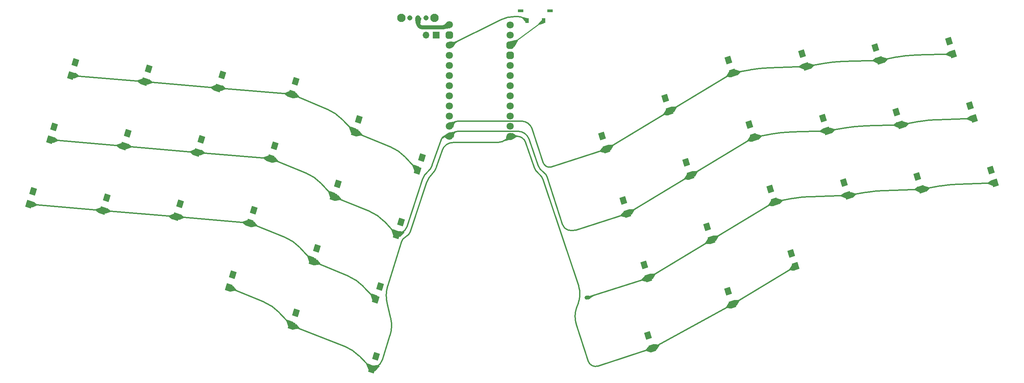
<source format=gtl>
G04 #@! TF.GenerationSoftware,KiCad,Pcbnew,8.0.4*
G04 #@! TF.CreationDate,2024-09-01T13:46:41+07:00*
G04 #@! TF.ProjectId,ozprey,6f7a7072-6579-42e6-9b69-6361645f7063,1.0*
G04 #@! TF.SameCoordinates,Original*
G04 #@! TF.FileFunction,Copper,L1,Top*
G04 #@! TF.FilePolarity,Positive*
%FSLAX46Y46*%
G04 Gerber Fmt 4.6, Leading zero omitted, Abs format (unit mm)*
G04 Created by KiCad (PCBNEW 8.0.4) date 2024-09-01 13:46:41*
%MOMM*%
%LPD*%
G01*
G04 APERTURE LIST*
G04 Aperture macros list*
%AMRoundRect*
0 Rectangle with rounded corners*
0 $1 Rounding radius*
0 $2 $3 $4 $5 $6 $7 $8 $9 X,Y pos of 4 corners*
0 Add a 4 corners polygon primitive as box body*
4,1,4,$2,$3,$4,$5,$6,$7,$8,$9,$2,$3,0*
0 Add four circle primitives for the rounded corners*
1,1,$1+$1,$2,$3*
1,1,$1+$1,$4,$5*
1,1,$1+$1,$6,$7*
1,1,$1+$1,$8,$9*
0 Add four rect primitives between the rounded corners*
20,1,$1+$1,$2,$3,$4,$5,0*
20,1,$1+$1,$4,$5,$6,$7,0*
20,1,$1+$1,$6,$7,$8,$9,0*
20,1,$1+$1,$8,$9,$2,$3,0*%
%AMRotRect*
0 Rectangle, with rotation*
0 The origin of the aperture is its center*
0 $1 length*
0 $2 width*
0 $3 Rotation angle, in degrees counterclockwise*
0 Add horizontal line*
21,1,$1,$2,0,0,$3*%
G04 Aperture macros list end*
G04 #@! TA.AperFunction,ComponentPad*
%ADD10C,1.800000*%
G04 #@! TD*
G04 #@! TA.AperFunction,ComponentPad*
%ADD11RoundRect,0.450000X-0.450000X-0.450000X0.450000X-0.450000X0.450000X0.450000X-0.450000X0.450000X0*%
G04 #@! TD*
G04 #@! TA.AperFunction,ComponentPad*
%ADD12RotRect,1.800000X1.500000X108.000000*%
G04 #@! TD*
G04 #@! TA.AperFunction,ComponentPad*
%ADD13RotRect,1.800000X1.500000X72.000000*%
G04 #@! TD*
G04 #@! TA.AperFunction,SMDPad,CuDef*
%ADD14R,1.450000X0.800000*%
G04 #@! TD*
G04 #@! TA.AperFunction,SMDPad,CuDef*
%ADD15R,0.900000X1.270000*%
G04 #@! TD*
G04 #@! TA.AperFunction,ComponentPad*
%ADD16R,1.700000X1.700000*%
G04 #@! TD*
G04 #@! TA.AperFunction,ComponentPad*
%ADD17O,1.700000X1.700000*%
G04 #@! TD*
G04 #@! TA.AperFunction,ComponentPad*
%ADD18C,2.100000*%
G04 #@! TD*
G04 #@! TA.AperFunction,ComponentPad*
%ADD19C,1.308000*%
G04 #@! TD*
G04 #@! TA.AperFunction,ViaPad*
%ADD20C,1.000000*%
G04 #@! TD*
G04 #@! TA.AperFunction,Conductor*
%ADD21C,0.300000*%
G04 #@! TD*
G04 #@! TA.AperFunction,Conductor*
%ADD22C,0.250000*%
G04 #@! TD*
G04 #@! TA.AperFunction,Conductor*
%ADD23C,1.000000*%
G04 #@! TD*
G04 APERTURE END LIST*
D10*
G04 #@! TO.P,U1,24,BAT+*
G04 #@! TO.N,RAW*
X140286338Y-57099700D03*
D11*
G04 #@! TO.P,U1,23,GND*
G04 #@! TO.N,GND*
X140266338Y-59669700D03*
D10*
G04 #@! TO.P,U1,22,RST*
G04 #@! TO.N,RST*
X140266338Y-62209700D03*
G04 #@! TO.P,U1,21,3V3*
G04 #@! TO.N,3.3V*
X140266338Y-64749700D03*
G04 #@! TO.P,U1,20,P0.31-LF*
G04 #@! TO.N,COL0*
X140266338Y-67289700D03*
G04 #@! TO.P,U1,19,P0.29-LF*
G04 #@! TO.N,COL1*
X140266338Y-69829700D03*
G04 #@! TO.P,U1,18,P0.02-LF*
G04 #@! TO.N,COL2*
X140266338Y-72369700D03*
G04 #@! TO.P,U1,17,P1.15-LF*
G04 #@! TO.N,COL3*
X140266338Y-74909700D03*
G04 #@! TO.P,U1,16,P1.13-LF*
G04 #@! TO.N,COL4*
X140266338Y-77449700D03*
G04 #@! TO.P,U1,15,P1.11-LF*
G04 #@! TO.N,COL5*
X140266338Y-79989700D03*
G04 #@! TO.P,U1,14,P0.10-LF*
G04 #@! TO.N,ROW0*
X140266338Y-82529700D03*
G04 #@! TO.P,U1,13,P0.09-LF*
G04 #@! TO.N,ROW1*
X140266338Y-85069700D03*
G04 #@! TO.P,U1,12,P1.06-LF*
G04 #@! TO.N,ROW3*
X155506338Y-85069700D03*
G04 #@! TO.P,U1,11,P1.04-LF*
G04 #@! TO.N,ROW2*
X155506338Y-82529700D03*
G04 #@! TO.P,U1,10,P0.11*
G04 #@! TO.N,COL6*
X155506338Y-79989700D03*
G04 #@! TO.P,U1,9,P1.00*
G04 #@! TO.N,COL7*
X155506338Y-77449700D03*
G04 #@! TO.P,U1,8,P0.24*
G04 #@! TO.N,COL8*
X155506338Y-74909700D03*
G04 #@! TO.P,U1,7,P0.22*
G04 #@! TO.N,COL9*
X155506338Y-72369700D03*
G04 #@! TO.P,U1,6,P0.20*
G04 #@! TO.N,COL10*
X155506338Y-69829700D03*
G04 #@! TO.P,U1,5,P0.17*
G04 #@! TO.N,COL11*
X155506338Y-67289700D03*
D11*
G04 #@! TO.P,U1,4,GND*
G04 #@! TO.N,GND*
X155506338Y-64749700D03*
G04 #@! TO.P,U1,3,GND*
X155506338Y-62209700D03*
D10*
G04 #@! TO.P,U1,2,P0.08*
G04 #@! TO.N,unconnected-(U1-P0.08-Pad2)*
X155506338Y-59669700D03*
G04 #@! TO.P,U1,1,P0.06*
G04 #@! TO.N,unconnected-(U1-P0.06-Pad1)*
X155506338Y-57129700D03*
G04 #@! TD*
D12*
G04 #@! TO.P,D42,2,A*
G04 #@! TO.N,Net-(D42-A)*
X275975409Y-93561004D03*
G04 #@! TO.P,D42,1,K*
G04 #@! TO.N,ROW2*
X277026067Y-96794596D03*
G04 #@! TD*
G04 #@! TO.P,D41,2,A*
G04 #@! TO.N,Net-(D41-A)*
X270722109Y-77393104D03*
G04 #@! TO.P,D41,1,K*
G04 #@! TO.N,ROW1*
X271772767Y-80626696D03*
G04 #@! TD*
G04 #@! TO.P,D40,2,A*
G04 #@! TO.N,Net-(D40-A)*
X265468809Y-61225104D03*
G04 #@! TO.P,D40,1,K*
G04 #@! TO.N,ROW0*
X266519467Y-64458696D03*
G04 #@! TD*
G04 #@! TO.P,D39,2,A*
G04 #@! TO.N,Net-(D39-A)*
X257558509Y-95128904D03*
G04 #@! TO.P,D39,1,K*
G04 #@! TO.N,ROW2*
X258609167Y-98362496D03*
G04 #@! TD*
G04 #@! TO.P,D38,2,A*
G04 #@! TO.N,Net-(D38-A)*
X252305209Y-78960904D03*
G04 #@! TO.P,D38,1,K*
G04 #@! TO.N,ROW1*
X253355867Y-82194496D03*
G04 #@! TD*
G04 #@! TO.P,D37,2,A*
G04 #@! TO.N,Net-(D37-A)*
X247051909Y-62793004D03*
G04 #@! TO.P,D37,1,K*
G04 #@! TO.N,ROW0*
X248102567Y-66026596D03*
G04 #@! TD*
G04 #@! TO.P,D36,2,A*
G04 #@! TO.N,Net-(D36-A)*
X239141609Y-96696804D03*
G04 #@! TO.P,D36,1,K*
G04 #@! TO.N,ROW2*
X240192267Y-99930396D03*
G04 #@! TD*
G04 #@! TO.P,D35,2,A*
G04 #@! TO.N,Net-(D35-A)*
X233888309Y-80528804D03*
G04 #@! TO.P,D35,1,K*
G04 #@! TO.N,ROW1*
X234938967Y-83762396D03*
G04 #@! TD*
G04 #@! TO.P,D34,2,A*
G04 #@! TO.N,Net-(D34-A)*
X228635009Y-64360804D03*
G04 #@! TO.P,D34,1,K*
G04 #@! TO.N,ROW0*
X229685667Y-67594396D03*
G04 #@! TD*
G04 #@! TO.P,D33,2,A*
G04 #@! TO.N,Net-(D33-A)*
X225978009Y-114432604D03*
G04 #@! TO.P,D33,1,K*
G04 #@! TO.N,ROW3*
X227028667Y-117666196D03*
G04 #@! TD*
G04 #@! TO.P,D32,2,A*
G04 #@! TO.N,Net-(D32-A)*
X220724709Y-98264604D03*
G04 #@! TO.P,D32,1,K*
G04 #@! TO.N,ROW2*
X221775367Y-101498196D03*
G04 #@! TD*
G04 #@! TO.P,D31,2,A*
G04 #@! TO.N,Net-(D31-A)*
X215471409Y-82096704D03*
G04 #@! TO.P,D31,1,K*
G04 #@! TO.N,ROW1*
X216522067Y-85330296D03*
G04 #@! TD*
G04 #@! TO.P,D30,2,A*
G04 #@! TO.N,Net-(D30-A)*
X210218109Y-65928704D03*
G04 #@! TO.P,D30,1,K*
G04 #@! TO.N,ROW0*
X211268767Y-69162296D03*
G04 #@! TD*
G04 #@! TO.P,D29,2,A*
G04 #@! TO.N,Net-(D29-A)*
X210156809Y-123989304D03*
G04 #@! TO.P,D29,1,K*
G04 #@! TO.N,ROW3*
X211207467Y-127222896D03*
G04 #@! TD*
G04 #@! TO.P,D28,2,A*
G04 #@! TO.N,Net-(D28-A)*
X204903509Y-107821404D03*
G04 #@! TO.P,D28,1,K*
G04 #@! TO.N,ROW2*
X205954167Y-111054996D03*
G04 #@! TD*
G04 #@! TO.P,D27,2,A*
G04 #@! TO.N,Net-(D27-A)*
X199650309Y-91653404D03*
G04 #@! TO.P,D27,1,K*
G04 #@! TO.N,ROW1*
X200700967Y-94886996D03*
G04 #@! TD*
G04 #@! TO.P,D26,2,A*
G04 #@! TO.N,Net-(D26-A)*
X194397009Y-75485504D03*
G04 #@! TO.P,D26,1,K*
G04 #@! TO.N,ROW0*
X195447667Y-78719096D03*
G04 #@! TD*
G04 #@! TO.P,D25,2,A*
G04 #@! TO.N,Net-(D25-A)*
X190075409Y-135061004D03*
G04 #@! TO.P,D25,1,K*
G04 #@! TO.N,ROW3*
X191126067Y-138294596D03*
G04 #@! TD*
G04 #@! TO.P,D24,2,A*
G04 #@! TO.N,Net-(D24-A)*
X189082409Y-117378104D03*
G04 #@! TO.P,D24,1,K*
G04 #@! TO.N,ROW2*
X190133067Y-120611696D03*
G04 #@! TD*
G04 #@! TO.P,D23,2,A*
G04 #@! TO.N,Net-(D23-A)*
X183829109Y-101210204D03*
G04 #@! TO.P,D23,1,K*
G04 #@! TO.N,ROW1*
X184879767Y-104443796D03*
G04 #@! TD*
G04 #@! TO.P,D22,2,A*
G04 #@! TO.N,Net-(D22-A)*
X178575809Y-85042204D03*
G04 #@! TO.P,D22,1,K*
G04 #@! TO.N,ROW0*
X179626467Y-88275796D03*
G04 #@! TD*
D13*
G04 #@! TO.P,D21,2,A*
G04 #@! TO.N,Net-(D21-A)*
X121914167Y-140290604D03*
G04 #@! TO.P,D21,1,K*
G04 #@! TO.N,ROW3*
X120863509Y-143524196D03*
G04 #@! TD*
G04 #@! TO.P,D20,2,A*
G04 #@! TO.N,Net-(D20-A)*
X122887767Y-122732104D03*
G04 #@! TO.P,D20,1,K*
G04 #@! TO.N,ROW2*
X121837109Y-125965696D03*
G04 #@! TD*
G04 #@! TO.P,D19,2,A*
G04 #@! TO.N,Net-(D19-A)*
X128140967Y-106564204D03*
G04 #@! TO.P,D19,1,K*
G04 #@! TO.N,ROW1*
X127090309Y-109797796D03*
G04 #@! TD*
G04 #@! TO.P,D18,2,A*
G04 #@! TO.N,Net-(D18-A)*
X133394267Y-90396204D03*
G04 #@! TO.P,D18,1,K*
G04 #@! TO.N,ROW0*
X132343609Y-93629796D03*
G04 #@! TD*
G04 #@! TO.P,D17,2,A*
G04 #@! TO.N,Net-(D17-A)*
X101813267Y-129343304D03*
G04 #@! TO.P,D17,1,K*
G04 #@! TO.N,ROW3*
X100762609Y-132576896D03*
G04 #@! TD*
G04 #@! TO.P,D16,2,A*
G04 #@! TO.N,Net-(D16-A)*
X107066567Y-113175404D03*
G04 #@! TO.P,D16,1,K*
G04 #@! TO.N,ROW2*
X106015909Y-116408996D03*
G04 #@! TD*
G04 #@! TO.P,D15,2,A*
G04 #@! TO.N,Net-(D15-A)*
X112319867Y-97007404D03*
G04 #@! TO.P,D15,1,K*
G04 #@! TO.N,ROW1*
X111269209Y-100240996D03*
G04 #@! TD*
G04 #@! TO.P,D14,2,A*
G04 #@! TO.N,Net-(D14-A)*
X117573167Y-80839404D03*
G04 #@! TO.P,D14,1,K*
G04 #@! TO.N,ROW0*
X116522509Y-84072996D03*
G04 #@! TD*
G04 #@! TO.P,D13,2,A*
G04 #@! TO.N,Net-(D13-A)*
X85992167Y-119786604D03*
G04 #@! TO.P,D13,1,K*
G04 #@! TO.N,ROW3*
X84941509Y-123020196D03*
G04 #@! TD*
G04 #@! TO.P,D12,2,A*
G04 #@! TO.N,Net-(D12-A)*
X91245467Y-103618604D03*
G04 #@! TO.P,D12,1,K*
G04 #@! TO.N,ROW2*
X90194809Y-106852196D03*
G04 #@! TD*
G04 #@! TO.P,D11,2,A*
G04 #@! TO.N,Net-(D11-A)*
X96498767Y-87450704D03*
G04 #@! TO.P,D11,1,K*
G04 #@! TO.N,ROW1*
X95448109Y-90684296D03*
G04 #@! TD*
G04 #@! TO.P,D10,2,A*
G04 #@! TO.N,Net-(D10-A)*
X101751967Y-71282704D03*
G04 #@! TO.P,D10,1,K*
G04 #@! TO.N,ROW0*
X100701309Y-74516296D03*
G04 #@! TD*
G04 #@! TO.P,D9,2,A*
G04 #@! TO.N,Net-(D9-A)*
X72828567Y-102050804D03*
G04 #@! TO.P,D9,1,K*
G04 #@! TO.N,ROW2*
X71777909Y-105284396D03*
G04 #@! TD*
G04 #@! TO.P,D8,2,A*
G04 #@! TO.N,Net-(D8-A)*
X78081867Y-85882804D03*
G04 #@! TO.P,D8,1,K*
G04 #@! TO.N,ROW1*
X77031209Y-89116396D03*
G04 #@! TD*
G04 #@! TO.P,D7,2,A*
G04 #@! TO.N,Net-(D7-A)*
X83335167Y-69714804D03*
G04 #@! TO.P,D7,1,K*
G04 #@! TO.N,ROW0*
X82284509Y-72948396D03*
G04 #@! TD*
G04 #@! TO.P,D6,2,A*
G04 #@! TO.N,Net-(D6-A)*
X54411667Y-100482904D03*
G04 #@! TO.P,D6,1,K*
G04 #@! TO.N,ROW2*
X53361009Y-103716496D03*
G04 #@! TD*
G04 #@! TO.P,D5,2,A*
G04 #@! TO.N,Net-(D5-A)*
X59663967Y-84314604D03*
G04 #@! TO.P,D5,1,K*
G04 #@! TO.N,ROW1*
X58613309Y-87548196D03*
G04 #@! TD*
G04 #@! TO.P,D4,2,A*
G04 #@! TO.N,Net-(D4-A)*
X64918267Y-68147004D03*
G04 #@! TO.P,D4,1,K*
G04 #@! TO.N,ROW0*
X63867609Y-71380596D03*
G04 #@! TD*
G04 #@! TO.P,D3,2,A*
G04 #@! TO.N,Net-(D3-A)*
X35994767Y-98915004D03*
G04 #@! TO.P,D3,1,K*
G04 #@! TO.N,ROW2*
X34944109Y-102148596D03*
G04 #@! TD*
G04 #@! TO.P,D2,2,A*
G04 #@! TO.N,Net-(D2-A)*
X41248067Y-82747104D03*
G04 #@! TO.P,D2,1,K*
G04 #@! TO.N,ROW1*
X40197409Y-85980696D03*
G04 #@! TD*
G04 #@! TO.P,D1,2,A*
G04 #@! TO.N,Net-(D1-A)*
X46500867Y-66579004D03*
G04 #@! TO.P,D1,1,K*
G04 #@! TO.N,ROW0*
X45450209Y-69812596D03*
G04 #@! TD*
D14*
G04 #@! TO.P,SW_RST1,4*
G04 #@! TO.N,N/C*
X158100707Y-53577832D03*
G04 #@! TO.P,SW_RST1,3*
X165500707Y-53577832D03*
D15*
G04 #@! TO.P,SW_RST1,2,2*
G04 #@! TO.N,RST*
X159700707Y-56077832D03*
G04 #@! TO.P,SW_RST1,1,1*
G04 #@! TO.N,GND*
X163900707Y-56077832D03*
G04 #@! TD*
D16*
G04 #@! TO.P,BATT1,2,-*
G04 #@! TO.N,GND*
X136970707Y-59677832D03*
D17*
G04 #@! TO.P,BATT1,1,+*
G04 #@! TO.N,Net-(BATT1-+)*
X134430707Y-59677832D03*
G04 #@! TD*
D18*
G04 #@! TO.P,SW43,M2*
G04 #@! TO.N,N/C*
X136550707Y-55377832D03*
G04 #@! TO.P,SW43,M1*
X128250707Y-55377832D03*
D19*
G04 #@! TO.P,SW43,COM,COM*
G04 #@! TO.N,RAW*
X132400707Y-55377832D03*
G04 #@! TO.P,SW43,2,2*
G04 #@! TO.N,Net-(BATT1-+)*
X134400707Y-55377832D03*
G04 #@! TO.P,SW43,1,1*
G04 #@! TO.N,unconnected-(SW43-Pad1)*
X130400707Y-55377832D03*
G04 #@! TD*
D20*
G04 #@! TO.N,ROW2*
X174650707Y-125577832D03*
G04 #@! TD*
D21*
G04 #@! TO.N,RST*
X157557490Y-55047832D02*
G75*
G02*
X159045709Y-55562829I10J-2407768D01*
G01*
X153162036Y-55846537D02*
G75*
G02*
X156585707Y-55047834I3423664J-6938463D01*
G01*
X157557490Y-55047832D02*
X156585707Y-55047832D01*
X159045707Y-55562832D02*
X159700707Y-56077832D01*
X153162036Y-55846537D02*
X140266338Y-62209700D01*
D22*
G04 #@! TO.N,GND*
X163900707Y-56077832D02*
X155506338Y-62209700D01*
D23*
G04 #@! TO.N,RAW*
X132400707Y-56577832D02*
X132400707Y-55377832D01*
X137984165Y-57777832D02*
X133600707Y-57777832D01*
X139543522Y-57438766D02*
X140286338Y-57099700D01*
X139543522Y-57438766D02*
G75*
G02*
X137984165Y-57777811I-1559322J3416266D01*
G01*
X132400707Y-56577832D02*
G75*
G03*
X133600707Y-57777793I1199993J32D01*
G01*
D21*
G04 #@! TO.N,ROW0*
X248102567Y-66026596D02*
X238739538Y-66307631D01*
X211268767Y-69162296D02*
X195447667Y-78719096D01*
X165735686Y-92779475D02*
X179626467Y-88275796D01*
X229685667Y-67594396D02*
X234098302Y-66794958D01*
X109662515Y-78279832D02*
X100701309Y-74516296D01*
X256939119Y-64715218D02*
X266519467Y-64458696D01*
X129185958Y-90266382D02*
X132343609Y-93629796D01*
X252303489Y-65219294D02*
X248102567Y-66026596D01*
X161039607Y-83268729D02*
X163721452Y-91542833D01*
X195447667Y-78719096D02*
X179626467Y-88275796D01*
X215794773Y-68377615D02*
X211268767Y-69162296D01*
X116522509Y-84072996D02*
X113410742Y-80846980D01*
X229685667Y-67594396D02*
X220439758Y-67900414D01*
X63867609Y-71380596D02*
X45450209Y-69812596D01*
X82284509Y-72948396D02*
X63867609Y-71380596D01*
X116522509Y-84072996D02*
X125455228Y-87705395D01*
X140971022Y-81891266D02*
X140266338Y-82529700D01*
X82284509Y-72948396D02*
X100701309Y-74516296D01*
X158267057Y-81252832D02*
X142626589Y-81252832D01*
X165735686Y-92779475D02*
G75*
G02*
X164505559Y-92598118I-431986J1332475D01*
G01*
X161039607Y-83268729D02*
G75*
G03*
X158267057Y-81252884I-2772507J-898671D01*
G01*
X140971022Y-81891266D02*
G75*
G02*
X142626589Y-81252817I1655578J-1827334D01*
G01*
X109662515Y-78279832D02*
G75*
G02*
X113410741Y-80846981I-4364815J-10392868D01*
G01*
X215794773Y-68377615D02*
G75*
G02*
X220439758Y-67900411I5760527J-33226385D01*
G01*
X129185958Y-90266382D02*
G75*
G03*
X125455231Y-87705386I-7718958J-7246718D01*
G01*
X163721452Y-91542833D02*
G75*
G03*
X164505544Y-92598138I1955148J633733D01*
G01*
X252303489Y-65219294D02*
G75*
G02*
X256939119Y-64715209I5401811J-28108806D01*
G01*
X238739538Y-66307631D02*
G75*
G03*
X234098302Y-66794958I939162J-31289369D01*
G01*
G04 #@! TO.N,ROW1*
X184879767Y-104443796D02*
X200700967Y-94886996D01*
X157419569Y-83802832D02*
X142588980Y-83802832D01*
X168641251Y-107243171D02*
X164851713Y-95440342D01*
X140591977Y-84771699D02*
X140958522Y-84436266D01*
X123981642Y-106470137D02*
X127090309Y-109797796D01*
X171984928Y-108603140D02*
X184879767Y-104443796D01*
X216522067Y-85330296D02*
X200700967Y-94886996D01*
X135992060Y-92325032D02*
X138211925Y-85912089D01*
X58613309Y-87548196D02*
X40197409Y-85980696D01*
X253355867Y-82194496D02*
X257896778Y-81387353D01*
X77031209Y-89116396D02*
X95448109Y-90684296D01*
X160246094Y-85811002D02*
X162576654Y-92498035D01*
X139383522Y-85073766D02*
X139824930Y-85071733D01*
X234938967Y-83762396D02*
X225739560Y-84013891D01*
X133611151Y-95761103D02*
X129674437Y-107740566D01*
X221098825Y-84496958D02*
X216522067Y-85330296D01*
X58613309Y-87548196D02*
X77031209Y-89116396D01*
X111269209Y-100240996D02*
X120256117Y-103903767D01*
X234938967Y-83762396D02*
X239494455Y-82975967D01*
X127090309Y-109797796D02*
X128195508Y-109337814D01*
X111269209Y-100240996D02*
X108088755Y-96864011D01*
X262539672Y-80906859D02*
X271772767Y-80626696D01*
X95448109Y-90684296D02*
X104354993Y-94305472D01*
X253355867Y-82194496D02*
X244139785Y-82500234D01*
X142588980Y-83802832D02*
G75*
G03*
X140958539Y-84436285I20J-2415068D01*
G01*
X139824930Y-85071733D02*
G75*
G03*
X140592004Y-84771729I-5230J1144033D01*
G01*
X129674437Y-107740566D02*
G75*
G02*
X128195508Y-109337815I-2483337J816066D01*
G01*
X139383522Y-85073766D02*
G75*
G03*
X138211979Y-85912108I5778J-1245834D01*
G01*
X135992060Y-92325032D02*
G75*
G02*
X134793499Y-94040337I-3619960J1253032D01*
G01*
X221098825Y-84496958D02*
G75*
G02*
X225739560Y-84013885I5476175J-30075342D01*
G01*
X104354993Y-94305472D02*
G75*
G02*
X108088743Y-96864023I-4002393J-9844428D01*
G01*
X160246094Y-85811002D02*
G75*
G03*
X157419569Y-83802860I-2826494J-985098D01*
G01*
X239494455Y-82975967D02*
G75*
G02*
X244139785Y-82500240I5769845J-33422833D01*
G01*
X123981642Y-106470137D02*
G75*
G03*
X120256118Y-103903765I-7705242J-7198163D01*
G01*
X262539672Y-80906859D02*
G75*
G03*
X257896778Y-81387353I973328J-32076841D01*
G01*
X164851713Y-95440342D02*
G75*
G03*
X163725689Y-93965359I-2639013J-847358D01*
G01*
X133611151Y-95761103D02*
G75*
G02*
X134793509Y-94040349I3533149J-1161097D01*
G01*
X169970565Y-108590753D02*
G75*
G02*
X168641284Y-107243160I668735J1989053D01*
G01*
X162576654Y-92498035D02*
G75*
G03*
X163725692Y-93965355I2723446J949135D01*
G01*
X169970565Y-108590753D02*
G75*
G03*
X171984937Y-108603169I1026035J3051753D01*
G01*
G04 #@! TO.N,ROW2*
X90194809Y-106852196D02*
X99052330Y-110413937D01*
X267839810Y-97100053D02*
X277026067Y-96794596D01*
X205954167Y-111054996D02*
X221775367Y-101498196D01*
X190133067Y-120611696D02*
X174650707Y-125577832D01*
X53361009Y-103716496D02*
X71777909Y-105284396D01*
X230839533Y-100208329D02*
X240192267Y-99930396D01*
X190133067Y-120611696D02*
X205954167Y-111054996D01*
X90194809Y-106852196D02*
X71777909Y-105284396D01*
X106015909Y-116408996D02*
X102785245Y-112966344D01*
X114963081Y-120177479D02*
X106015909Y-116408996D01*
X226198443Y-100695595D02*
X221775367Y-101498196D01*
X53361009Y-103716496D02*
X34944109Y-102148596D01*
X118714829Y-122743571D02*
X121837109Y-125965696D01*
X258609167Y-98362496D02*
X249239724Y-98694859D01*
X263194141Y-97574333D02*
X258609167Y-98362496D01*
X244594015Y-99174140D02*
X240192267Y-99930396D01*
X267839810Y-97100053D02*
G75*
G03*
X263194141Y-97574332I1133690J-34094547D01*
G01*
X244594015Y-99174140D02*
G75*
G02*
X249239724Y-98694860I5875885J-34200260D01*
G01*
X230839533Y-100208329D02*
G75*
G03*
X226198444Y-100695600I926267J-31168371D01*
G01*
X99052330Y-110413937D02*
G75*
G02*
X102785241Y-112966348I-3910730J-9725363D01*
G01*
X114963081Y-120177479D02*
G75*
G02*
X118714811Y-122743589I-4413381J-10478121D01*
G01*
G04 #@! TO.N,ROW3*
X137076248Y-92740076D02*
X138468122Y-88639017D01*
X130559900Y-108893741D02*
X134631441Y-96593402D01*
X172587157Y-126913903D02*
X172189978Y-127989806D01*
X155506338Y-85069700D02*
X154553522Y-85848766D01*
X177549772Y-142732108D02*
X191126067Y-138294596D01*
X141274568Y-86627832D02*
X152369934Y-86627832D01*
X100762609Y-132576896D02*
X113943905Y-137733996D01*
X120863509Y-143524196D02*
X117707116Y-140246154D01*
X163807840Y-96074231D02*
X172655664Y-122617704D01*
X120863509Y-143524196D02*
X121982108Y-142951014D01*
X155506338Y-85069700D02*
X157191022Y-85068914D01*
X211207467Y-127222896D02*
X191126067Y-138294596D01*
X125562297Y-130641361D02*
X124689322Y-127015156D01*
X93857978Y-126694786D02*
X84941509Y-123020196D01*
X128209701Y-111667747D02*
X124831317Y-122579537D01*
X175039436Y-141450702D02*
X172097986Y-132297602D01*
X161488770Y-92783046D02*
X159416155Y-86663771D01*
X100762609Y-132576896D02*
X97599176Y-129255911D01*
X211207467Y-127222896D02*
X227028667Y-117666196D01*
X123479199Y-141179272D02*
X125407994Y-135071421D01*
X130559900Y-108893741D02*
G75*
G02*
X129375712Y-110277842I-2285000J756341D01*
G01*
X125562297Y-130641361D02*
G75*
G02*
X125407995Y-135071421I-8047717J-1937409D01*
G01*
X163807840Y-96074231D02*
G75*
G03*
X162650712Y-94427826I-3328440J-1109469D01*
G01*
X152369934Y-86627832D02*
G75*
G03*
X154553507Y-85848747I-34J3449632D01*
G01*
X172587157Y-126913903D02*
G75*
G03*
X172655636Y-122617713I-6083157J2245603D01*
G01*
X137076248Y-92740076D02*
G75*
G02*
X135849636Y-94665322I-4545848J1542876D01*
G01*
X157191022Y-85068914D02*
G75*
G02*
X159416166Y-86663767I1078J-2348186D01*
G01*
X121982108Y-142951014D02*
G75*
G03*
X123479215Y-141179277I-1372108J2677814D01*
G01*
X117707116Y-140246154D02*
G75*
G03*
X113943902Y-137734002I-7614716J-7332146D01*
G01*
X162650707Y-94427832D02*
G75*
G02*
X161488780Y-92783043I2190493J2780232D01*
G01*
X172189978Y-127989806D02*
G75*
G03*
X172097981Y-132297604I6195622J-2287194D01*
G01*
X175039436Y-141450702D02*
G75*
G03*
X177549768Y-142732096I1892664J608202D01*
G01*
X135849646Y-94665332D02*
G75*
G03*
X134631428Y-96593398I3265854J-3412368D01*
G01*
X124689322Y-127015156D02*
G75*
G02*
X124831317Y-122579537I8139508J1959516D01*
G01*
X141274568Y-86627832D02*
G75*
G03*
X138468156Y-88639029I32J-2963668D01*
G01*
X93857978Y-126694786D02*
G75*
G02*
X97599163Y-129255923I-4155378J-10083014D01*
G01*
X128209701Y-111667747D02*
G75*
G02*
X129375698Y-110277814I2236999J-692553D01*
G01*
G04 #@! TD*
G04 #@! TA.AperFunction,Conductor*
G04 #@! TO.N,RST*
G36*
X159788409Y-55440692D02*
G01*
X159795291Y-55446422D01*
X159796474Y-55449934D01*
X159900138Y-56069727D01*
X159898123Y-56078452D01*
X159893871Y-56082101D01*
X159459268Y-56301506D01*
X159450338Y-56302176D01*
X159444732Y-56298209D01*
X158790254Y-55449934D01*
X158787243Y-55446032D01*
X158784903Y-55437390D01*
X158785728Y-55434339D01*
X158895713Y-55174048D01*
X158902088Y-55167763D01*
X158909963Y-55167432D01*
X159788409Y-55440692D01*
G37*
G04 #@! TD.AperFunction*
G04 #@! TD*
G04 #@! TA.AperFunction,Conductor*
G04 #@! TO.N,RST*
G36*
X142094002Y-61242831D02*
G01*
X142099814Y-61248377D01*
X142223161Y-61498356D01*
X142223749Y-61507291D01*
X142218953Y-61513402D01*
X141869086Y-61736154D01*
X141671109Y-61967939D01*
X141540026Y-62219270D01*
X141539901Y-62219502D01*
X141382317Y-62505718D01*
X141381105Y-62507506D01*
X141110847Y-62836145D01*
X141102945Y-62840359D01*
X141094379Y-62837751D01*
X141093546Y-62836996D01*
X140761571Y-62505718D01*
X140468812Y-62213574D01*
X140465377Y-62205306D01*
X140466256Y-61322184D01*
X140469691Y-61313917D01*
X140477968Y-61310498D01*
X140478713Y-61310522D01*
X140877928Y-61336908D01*
X140879095Y-61337047D01*
X141181220Y-61388604D01*
X141440691Y-61419541D01*
X141723208Y-61384628D01*
X142085050Y-61242662D01*
X142094002Y-61242831D01*
G37*
G04 #@! TD.AperFunction*
G04 #@! TD*
G04 #@! TA.AperFunction,Conductor*
G04 #@! TO.N,GND*
G36*
X157302556Y-60893052D02*
G01*
X157305723Y-60896022D01*
X157444334Y-61085777D01*
X157446447Y-61094479D01*
X157445200Y-61098201D01*
X156610021Y-62657924D01*
X156603095Y-62663600D01*
X156594399Y-62662828D01*
X155709780Y-62212487D01*
X155703963Y-62205680D01*
X155416544Y-61321943D01*
X155417244Y-61313017D01*
X155424051Y-61307200D01*
X155425114Y-61306909D01*
X157293736Y-60891502D01*
X157302556Y-60893052D01*
G37*
G04 #@! TD.AperFunction*
G04 #@! TD*
G04 #@! TA.AperFunction,Conductor*
G04 #@! TO.N,GND*
G36*
X163659059Y-55853531D02*
G01*
X164093755Y-56073354D01*
X164099590Y-56080145D01*
X164100011Y-56085740D01*
X163995408Y-56705853D01*
X163990653Y-56713441D01*
X163987504Y-56715029D01*
X163005688Y-57035721D01*
X162996759Y-57035032D01*
X162992607Y-57031500D01*
X162855465Y-56843754D01*
X162853352Y-56835052D01*
X162855824Y-56829485D01*
X163644694Y-55856603D01*
X163652566Y-55852336D01*
X163659059Y-55853531D01*
G37*
G04 #@! TD.AperFunction*
G04 #@! TD*
G04 #@! TA.AperFunction,Conductor*
G04 #@! TO.N,RAW*
G36*
X133241656Y-55377813D02*
G01*
X133249924Y-55381252D01*
X133253339Y-55389530D01*
X133253274Y-55390742D01*
X133219574Y-55709872D01*
X133219085Y-55712200D01*
X133143216Y-55949963D01*
X133143084Y-55950353D01*
X133069650Y-56155265D01*
X133069649Y-56155270D01*
X133042842Y-56386527D01*
X133104583Y-56693870D01*
X133102852Y-56702656D01*
X133096728Y-56707301D01*
X132166920Y-57009441D01*
X132157993Y-57008739D01*
X132152177Y-57001930D01*
X132152113Y-57001727D01*
X132060895Y-56702656D01*
X132036159Y-56621556D01*
X132035942Y-56620736D01*
X131972144Y-56336927D01*
X131971918Y-56335523D01*
X131953949Y-56155269D01*
X131946872Y-56084275D01*
X131946816Y-56083265D01*
X131943913Y-55789172D01*
X131946561Y-55389436D01*
X131950043Y-55381187D01*
X131958243Y-55377815D01*
X132600329Y-55376881D01*
X133241656Y-55377813D01*
G37*
G04 #@! TD.AperFunction*
G04 #@! TD*
G04 #@! TA.AperFunction,Conductor*
G04 #@! TO.N,RAW*
G36*
X140146293Y-56279157D02*
G01*
X140146974Y-56280532D01*
X140486365Y-57097433D01*
X140487260Y-57101935D01*
X140486281Y-57988435D01*
X140482845Y-57996704D01*
X140475012Y-58000114D01*
X140130551Y-58012803D01*
X140056331Y-58015538D01*
X140056322Y-58015539D01*
X140056313Y-58015540D01*
X139753449Y-58056735D01*
X139753437Y-58056737D01*
X139493336Y-58113811D01*
X139493237Y-58113832D01*
X139192020Y-58177223D01*
X139191248Y-58177359D01*
X138776060Y-58236033D01*
X138767389Y-58233797D01*
X138762838Y-58226085D01*
X138762790Y-58225698D01*
X138658320Y-57253543D01*
X138660843Y-57244953D01*
X138667074Y-57240954D01*
X139071958Y-57138213D01*
X139324987Y-56957054D01*
X139518859Y-56731288D01*
X139519386Y-56730717D01*
X139756048Y-56492136D01*
X139758482Y-56490258D01*
X140130305Y-56274896D01*
X140139181Y-56273715D01*
X140146293Y-56279157D01*
G37*
G04 #@! TD.AperFunction*
G04 #@! TD*
G04 #@! TA.AperFunction,Conductor*
G04 #@! TO.N,ROW0*
G36*
X247317493Y-65406435D02*
G01*
X248150128Y-65930107D01*
X248293056Y-66019999D01*
X248298235Y-66027304D01*
X248296731Y-66036132D01*
X248296389Y-66036645D01*
X247768549Y-66785202D01*
X247760981Y-66789989D01*
X247754138Y-66789108D01*
X246533096Y-66232989D01*
X246526987Y-66226441D01*
X246526250Y-66222695D01*
X246517662Y-65936599D01*
X246520839Y-65928230D01*
X246522872Y-65926513D01*
X247304790Y-65406596D01*
X247313574Y-65404870D01*
X247317493Y-65406435D01*
G37*
G04 #@! TD.AperFunction*
G04 #@! TD*
G04 #@! TA.AperFunction,Conductor*
G04 #@! TO.N,ROW0*
G36*
X210580466Y-68831376D02*
G01*
X211458305Y-69157599D01*
X211464865Y-69163692D01*
X211465195Y-69172641D01*
X211465089Y-69172917D01*
X211036606Y-70242308D01*
X211030348Y-70248713D01*
X211025231Y-70249645D01*
X210037343Y-70206210D01*
X210029228Y-70202423D01*
X210027842Y-70200570D01*
X209879673Y-69955278D01*
X209878329Y-69946425D01*
X209879746Y-69943061D01*
X210566449Y-68836175D01*
X210573722Y-68830952D01*
X210580466Y-68831376D01*
G37*
G04 #@! TD.AperFunction*
G04 #@! TD*
G04 #@! TA.AperFunction,Conductor*
G04 #@! TO.N,ROW0*
G36*
X197078953Y-77675181D02*
G01*
X197087067Y-77678968D01*
X197088453Y-77680821D01*
X197236622Y-77926113D01*
X197237966Y-77934966D01*
X197236549Y-77938330D01*
X196549845Y-79045214D01*
X196542572Y-79050438D01*
X196535827Y-79050013D01*
X195657991Y-78723793D01*
X195651430Y-78717699D01*
X195651100Y-78708750D01*
X195651206Y-78708474D01*
X195961135Y-77934966D01*
X196079689Y-77639082D01*
X196085947Y-77632678D01*
X196091062Y-77631746D01*
X197078953Y-77675181D01*
G37*
G04 #@! TD.AperFunction*
G04 #@! TD*
G04 #@! TA.AperFunction,Conductor*
G04 #@! TO.N,ROW0*
G36*
X178889326Y-87797954D02*
G01*
X179816907Y-88270172D01*
X179822725Y-88276980D01*
X179822026Y-88285907D01*
X179822019Y-88285921D01*
X179348874Y-89212268D01*
X179342059Y-89218077D01*
X179335824Y-89218347D01*
X178214426Y-88959700D01*
X178207135Y-88954501D01*
X178205926Y-88951907D01*
X178117487Y-88679134D01*
X178118196Y-88670208D01*
X178119795Y-88667841D01*
X178452501Y-88285921D01*
X178875200Y-87800696D01*
X178883217Y-87796710D01*
X178889326Y-87797954D01*
G37*
G04 #@! TD.AperFunction*
G04 #@! TD*
G04 #@! TA.AperFunction,Conductor*
G04 #@! TO.N,ROW0*
G36*
X230405362Y-66742575D02*
G01*
X231580995Y-67131420D01*
X231587774Y-67137271D01*
X231588834Y-67140442D01*
X231639960Y-67422643D01*
X231638062Y-67431395D01*
X231636576Y-67433143D01*
X230870681Y-68173083D01*
X230862350Y-68176367D01*
X230856555Y-68174715D01*
X229894674Y-67600578D01*
X229889327Y-67593396D01*
X229890625Y-67584535D01*
X229890633Y-67584522D01*
X229981263Y-67433143D01*
X230391651Y-66747671D01*
X230398839Y-66742335D01*
X230405362Y-66742575D01*
G37*
G04 #@! TD.AperFunction*
G04 #@! TD*
G04 #@! TA.AperFunction,Conductor*
G04 #@! TO.N,ROW0*
G36*
X101833397Y-74099269D02*
G01*
X102164481Y-74526558D01*
X102571033Y-75051243D01*
X102573391Y-75059881D01*
X102572571Y-75062939D01*
X102461530Y-75327334D01*
X102455167Y-75333635D01*
X102452743Y-75334332D01*
X101371450Y-75521965D01*
X101362713Y-75520003D01*
X101358817Y-75515317D01*
X100905203Y-74526556D01*
X100904869Y-74517609D01*
X100910959Y-74511045D01*
X100910963Y-74511042D01*
X101819285Y-74095794D01*
X101828233Y-74095472D01*
X101833397Y-74099269D01*
G37*
G04 #@! TD.AperFunction*
G04 #@! TD*
G04 #@! TA.AperFunction,Conductor*
G04 #@! TO.N,ROW0*
G36*
X265734357Y-63838512D02*
G01*
X266709939Y-64452093D01*
X266715118Y-64459397D01*
X266713614Y-64468225D01*
X266713261Y-64468754D01*
X266184881Y-65215505D01*
X266177305Y-65220279D01*
X266170455Y-65219383D01*
X264948602Y-64659377D01*
X264942509Y-64652815D01*
X264941782Y-64649059D01*
X264934121Y-64362960D01*
X264937325Y-64354599D01*
X264939383Y-64352876D01*
X265721704Y-63838639D01*
X265730498Y-63836959D01*
X265734357Y-63838512D01*
G37*
G04 #@! TD.AperFunction*
G04 #@! TD*
G04 #@! TA.AperFunction,Conductor*
G04 #@! TO.N,ROW0*
G36*
X131389610Y-92177012D02*
G01*
X132736385Y-92745261D01*
X132742676Y-92751635D01*
X132743244Y-92758645D01*
X132545870Y-93623314D01*
X132540688Y-93630617D01*
X132537003Y-93632131D01*
X131703194Y-93817588D01*
X131694374Y-93816039D01*
X131689672Y-93810203D01*
X131624235Y-93632131D01*
X131166557Y-92386657D01*
X131166920Y-92377710D01*
X131169528Y-92374095D01*
X131377057Y-92179262D01*
X131385433Y-92176099D01*
X131389610Y-92177012D01*
G37*
G04 #@! TD.AperFunction*
G04 #@! TD*
G04 #@! TA.AperFunction,Conductor*
G04 #@! TO.N,ROW0*
G36*
X248820081Y-65167985D02*
G01*
X248836144Y-65173165D01*
X249991877Y-65545806D01*
X249998700Y-65551606D01*
X249999777Y-65554733D01*
X250053899Y-65836368D01*
X250052095Y-65845139D01*
X250050593Y-65846938D01*
X249284718Y-66596523D01*
X249276408Y-66599860D01*
X249270591Y-66598239D01*
X248311607Y-66032734D01*
X248306221Y-66025580D01*
X248307471Y-66016714D01*
X248806423Y-65173164D01*
X248813583Y-65167788D01*
X248820081Y-65167985D01*
G37*
G04 #@! TD.AperFunction*
G04 #@! TD*
G04 #@! TA.AperFunction,Conductor*
G04 #@! TO.N,ROW0*
G36*
X181257759Y-87231893D02*
G01*
X181265873Y-87235680D01*
X181267259Y-87237533D01*
X181415426Y-87482826D01*
X181416770Y-87491679D01*
X181415353Y-87495043D01*
X180728646Y-88601919D01*
X180721373Y-88607143D01*
X180714628Y-88606718D01*
X179836791Y-88280493D01*
X179830230Y-88274399D01*
X179829900Y-88265450D01*
X179830006Y-88265174D01*
X180139930Y-87491679D01*
X180258489Y-87195782D01*
X180264747Y-87189378D01*
X180269861Y-87188446D01*
X181257759Y-87231893D01*
G37*
G04 #@! TD.AperFunction*
G04 #@! TD*
G04 #@! TA.AperFunction,Conductor*
G04 #@! TO.N,ROW0*
G36*
X194759365Y-78388172D02*
G01*
X195637205Y-78714399D01*
X195643765Y-78720492D01*
X195644095Y-78729441D01*
X195643989Y-78729717D01*
X195215506Y-79799108D01*
X195209248Y-79805513D01*
X195204131Y-79806445D01*
X194216237Y-79762998D01*
X194208122Y-79759211D01*
X194206736Y-79757358D01*
X194058569Y-79512065D01*
X194057225Y-79503212D01*
X194058642Y-79499848D01*
X194536432Y-78729717D01*
X194745348Y-78392971D01*
X194752621Y-78387748D01*
X194759365Y-78388172D01*
G37*
G04 #@! TD.AperFunction*
G04 #@! TD*
G04 #@! TA.AperFunction,Conductor*
G04 #@! TO.N,ROW0*
G36*
X211989998Y-68315265D02*
G01*
X213168315Y-68712025D01*
X213175062Y-68717912D01*
X213176109Y-68721114D01*
X213225101Y-69003697D01*
X213223138Y-69012434D01*
X213221664Y-69014148D01*
X212455837Y-69747275D01*
X212447491Y-69750520D01*
X212441711Y-69748847D01*
X211477750Y-69168508D01*
X211472430Y-69161305D01*
X211473760Y-69152450D01*
X211976252Y-68320304D01*
X211983461Y-68314995D01*
X211989998Y-68315265D01*
G37*
G04 #@! TD.AperFunction*
G04 #@! TD*
G04 #@! TA.AperFunction,Conductor*
G04 #@! TO.N,ROW0*
G36*
X115553298Y-82640410D02*
G01*
X116901579Y-83184171D01*
X116907970Y-83190444D01*
X116908649Y-83197445D01*
X116724681Y-84066406D01*
X116719615Y-84073790D01*
X116715852Y-84075386D01*
X115879921Y-84267262D01*
X115871091Y-84265773D01*
X115866365Y-84260007D01*
X115333075Y-82853059D01*
X115333347Y-82844109D01*
X115335890Y-82840493D01*
X115540800Y-82642840D01*
X115549134Y-82639564D01*
X115553298Y-82640410D01*
G37*
G04 #@! TD.AperFunction*
G04 #@! TD*
G04 #@! TA.AperFunction,Conductor*
G04 #@! TO.N,ROW0*
G36*
X228900628Y-66974257D02*
G01*
X229876172Y-67587806D01*
X229881351Y-67595111D01*
X229879847Y-67603939D01*
X229879515Y-67604438D01*
X229352191Y-68354719D01*
X229344630Y-68359517D01*
X229337794Y-68358650D01*
X228117530Y-67806216D01*
X228111406Y-67799682D01*
X228110661Y-67795944D01*
X228101192Y-67509858D01*
X228104344Y-67501478D01*
X228106353Y-67499768D01*
X228887877Y-66974451D01*
X228896652Y-66972681D01*
X228900628Y-66974257D01*
G37*
G04 #@! TD.AperFunction*
G04 #@! TD*
G04 #@! TA.AperFunction,Conductor*
G04 #@! TO.N,ROW0*
G36*
X46648037Y-69193573D02*
G01*
X47421724Y-69809395D01*
X47426063Y-69817227D01*
X47426096Y-69819541D01*
X47401786Y-70105079D01*
X47397670Y-70113031D01*
X47394546Y-70114920D01*
X46188384Y-70606764D01*
X46179429Y-70606715D01*
X46174222Y-70602407D01*
X45655786Y-69822504D01*
X45654060Y-69813717D01*
X45659053Y-69806283D01*
X45659211Y-69806180D01*
X46634526Y-69192823D01*
X46643352Y-69191320D01*
X46648037Y-69193573D01*
G37*
G04 #@! TD.AperFunction*
G04 #@! TD*
G04 #@! TA.AperFunction,Conductor*
G04 #@! TO.N,ROW0*
G36*
X63538249Y-70586475D02*
G01*
X63543456Y-70590783D01*
X64061893Y-71370687D01*
X64063619Y-71379474D01*
X64058626Y-71386908D01*
X64058378Y-71387068D01*
X63083155Y-72000367D01*
X63074327Y-72001871D01*
X63069640Y-71999617D01*
X62299864Y-71386908D01*
X62295954Y-71383796D01*
X62291616Y-71375964D01*
X62291583Y-71373655D01*
X62315893Y-71088110D01*
X62320009Y-71080160D01*
X62323129Y-71078272D01*
X63529295Y-70586426D01*
X63538249Y-70586475D01*
G37*
G04 #@! TD.AperFunction*
G04 #@! TD*
G04 #@! TA.AperFunction,Conductor*
G04 #@! TO.N,ROW0*
G36*
X81955148Y-72154280D02*
G01*
X81960355Y-72158588D01*
X82478793Y-72938487D01*
X82480519Y-72947274D01*
X82475526Y-72954708D01*
X82475278Y-72954868D01*
X81500055Y-73568167D01*
X81491227Y-73569671D01*
X81486540Y-73567417D01*
X80712853Y-72951610D01*
X80708514Y-72943777D01*
X80708481Y-72941469D01*
X80732789Y-72655927D01*
X80736905Y-72647975D01*
X80740026Y-72646087D01*
X81946194Y-72154231D01*
X81955148Y-72154280D01*
G37*
G04 #@! TD.AperFunction*
G04 #@! TD*
G04 #@! TA.AperFunction,Conductor*
G04 #@! TO.N,ROW0*
G36*
X65065437Y-70761573D02*
G01*
X65535924Y-71136051D01*
X65839126Y-71377381D01*
X65843465Y-71385214D01*
X65843498Y-71387527D01*
X65819190Y-71673063D01*
X65815074Y-71681016D01*
X65811950Y-71682905D01*
X64605785Y-72174759D01*
X64596830Y-72174710D01*
X64591623Y-72170402D01*
X64073186Y-71390504D01*
X64071460Y-71381717D01*
X64076453Y-71374283D01*
X64076611Y-71374180D01*
X65051926Y-70760823D01*
X65060752Y-70759320D01*
X65065437Y-70761573D01*
G37*
G04 #@! TD.AperFunction*
G04 #@! TD*
G04 #@! TA.AperFunction,Conductor*
G04 #@! TO.N,ROW0*
G36*
X117657093Y-83648366D02*
G01*
X118397637Y-84588637D01*
X118400063Y-84597257D01*
X118399283Y-84600283D01*
X118291263Y-84865923D01*
X118284972Y-84872296D01*
X118282509Y-84873029D01*
X117195516Y-85069787D01*
X117186765Y-85067888D01*
X117182827Y-85063214D01*
X116726458Y-84083238D01*
X116726073Y-84074294D01*
X116732125Y-84067695D01*
X117642978Y-83644991D01*
X117651923Y-83644618D01*
X117657093Y-83648366D01*
G37*
G04 #@! TD.AperFunction*
G04 #@! TD*
G04 #@! TA.AperFunction,Conductor*
G04 #@! TO.N,ROW0*
G36*
X141864494Y-81291855D02*
G01*
X141870012Y-81298025D01*
X141970351Y-81558223D01*
X141970131Y-81567175D01*
X141965162Y-81572635D01*
X141667158Y-81739931D01*
X141520554Y-81946158D01*
X141520551Y-81946162D01*
X141459747Y-82196886D01*
X141459744Y-82196903D01*
X141410418Y-82501931D01*
X141410065Y-82503456D01*
X141301502Y-82861766D01*
X141295824Y-82868690D01*
X141286912Y-82869570D01*
X141285836Y-82869186D01*
X140469826Y-82531914D01*
X140463489Y-82525587D01*
X140463481Y-82525566D01*
X140126604Y-81709712D01*
X140126614Y-81700758D01*
X140132953Y-81694433D01*
X140133598Y-81694188D01*
X140540031Y-81555090D01*
X140541708Y-81554655D01*
X140852165Y-81498543D01*
X140853115Y-81498413D01*
X141129363Y-81472756D01*
X141443127Y-81421322D01*
X141855574Y-81291078D01*
X141864494Y-81291855D01*
G37*
G04 #@! TD.AperFunction*
G04 #@! TD*
G04 #@! TA.AperFunction,Conductor*
G04 #@! TO.N,ROW0*
G36*
X100371949Y-73722177D02*
G01*
X100377156Y-73726485D01*
X100895593Y-74506387D01*
X100897319Y-74515174D01*
X100892326Y-74522608D01*
X100892078Y-74522768D01*
X99916855Y-75136067D01*
X99908027Y-75137571D01*
X99903340Y-75135317D01*
X99129654Y-74519500D01*
X99125315Y-74511667D01*
X99125282Y-74509359D01*
X99149591Y-74223817D01*
X99153707Y-74215865D01*
X99156827Y-74213977D01*
X100362995Y-73722128D01*
X100371949Y-73722177D01*
G37*
G04 #@! TD.AperFunction*
G04 #@! TD*
G04 #@! TA.AperFunction,Conductor*
G04 #@! TO.N,ROW0*
G36*
X83482337Y-72329373D02*
G01*
X83947410Y-72699548D01*
X84256025Y-72945191D01*
X84260364Y-72953024D01*
X84260397Y-72955337D01*
X84236088Y-73240873D01*
X84231972Y-73248826D01*
X84228848Y-73250715D01*
X83022684Y-73742563D01*
X83013729Y-73742514D01*
X83008522Y-73738206D01*
X82490086Y-72958304D01*
X82488360Y-72949517D01*
X82493353Y-72942083D01*
X82493511Y-72941980D01*
X83468826Y-72328623D01*
X83477652Y-72327120D01*
X83482337Y-72329373D01*
G37*
G04 #@! TD.AperFunction*
G04 #@! TD*
G04 #@! TA.AperFunction,Conductor*
G04 #@! TO.N,ROW1*
G36*
X200012666Y-94556074D02*
G01*
X200890505Y-94882299D01*
X200897065Y-94888392D01*
X200897395Y-94897341D01*
X200897289Y-94897617D01*
X200468806Y-95967008D01*
X200462548Y-95973413D01*
X200457431Y-95974345D01*
X199469541Y-95930906D01*
X199461426Y-95927119D01*
X199460040Y-95925266D01*
X199311871Y-95679973D01*
X199310527Y-95671120D01*
X199311944Y-95667756D01*
X199789907Y-94897341D01*
X199998649Y-94560873D01*
X200005922Y-94555650D01*
X200012666Y-94556074D01*
G37*
G04 #@! TD.AperFunction*
G04 #@! TD*
G04 #@! TA.AperFunction,Conductor*
G04 #@! TO.N,ROW1*
G36*
X186511055Y-103399885D02*
G01*
X186519169Y-103403672D01*
X186520555Y-103405525D01*
X186668724Y-103650818D01*
X186670068Y-103659671D01*
X186668651Y-103663035D01*
X185981945Y-104769916D01*
X185974672Y-104775140D01*
X185967927Y-104774715D01*
X185090091Y-104448493D01*
X185083530Y-104442399D01*
X185083200Y-104433450D01*
X185083306Y-104433174D01*
X185393233Y-103659671D01*
X185511789Y-103363782D01*
X185518047Y-103357378D01*
X185523161Y-103356446D01*
X186511055Y-103399885D01*
G37*
G04 #@! TD.AperFunction*
G04 #@! TD*
G04 #@! TA.AperFunction,Conductor*
G04 #@! TO.N,ROW1*
G36*
X141875538Y-83826604D02*
G01*
X141881073Y-83832761D01*
X141982055Y-84092683D01*
X141981857Y-84101636D01*
X141976877Y-84107122D01*
X141676269Y-84275901D01*
X141526935Y-84482754D01*
X141526934Y-84482756D01*
X141463537Y-84733920D01*
X141463536Y-84733926D01*
X141412001Y-85039890D01*
X141411653Y-85041366D01*
X141301522Y-85401804D01*
X141295828Y-85408715D01*
X141286914Y-85409574D01*
X141285864Y-85409198D01*
X141284695Y-85408715D01*
X141117194Y-85339484D01*
X140469827Y-85071917D01*
X140463490Y-85065590D01*
X140463482Y-85065569D01*
X140326540Y-84733920D01*
X140126603Y-84249709D01*
X140126613Y-84240757D01*
X140132952Y-84234432D01*
X140133619Y-84234179D01*
X140542833Y-84094077D01*
X140544512Y-84093639D01*
X140857075Y-84036928D01*
X140858017Y-84036799D01*
X141086620Y-84015200D01*
X141136029Y-84010532D01*
X141136032Y-84010531D01*
X141136048Y-84010530D01*
X141451717Y-83958028D01*
X141866616Y-83825850D01*
X141875538Y-83826604D01*
G37*
G04 #@! TD.AperFunction*
G04 #@! TD*
G04 #@! TA.AperFunction,Conductor*
G04 #@! TO.N,ROW1*
G36*
X126139107Y-108341321D02*
G01*
X127485547Y-108914032D01*
X127491817Y-108920423D01*
X127492365Y-108927434D01*
X127292585Y-109791332D01*
X127287382Y-109798620D01*
X127283712Y-109800120D01*
X126450289Y-109984412D01*
X126441471Y-109982852D01*
X126436774Y-109977003D01*
X126053291Y-108927434D01*
X125915539Y-108550413D01*
X125915918Y-108541468D01*
X125918537Y-108537854D01*
X126126542Y-108343538D01*
X126134926Y-108340396D01*
X126139107Y-108341321D01*
G37*
G04 #@! TD.AperFunction*
G04 #@! TD*
G04 #@! TA.AperFunction,Conductor*
G04 #@! TO.N,ROW1*
G36*
X184142272Y-103964885D02*
G01*
X185070211Y-104438166D01*
X185076024Y-104444978D01*
X185075318Y-104453905D01*
X185075311Y-104453919D01*
X184601832Y-105379198D01*
X184595012Y-105385002D01*
X184588775Y-105385266D01*
X183466701Y-105125272D01*
X183459415Y-105120066D01*
X183458209Y-105117470D01*
X183370179Y-104844558D01*
X183370901Y-104835634D01*
X183372495Y-104833280D01*
X184128146Y-103967613D01*
X184136166Y-103963636D01*
X184142272Y-103964885D01*
G37*
G04 #@! TD.AperFunction*
G04 #@! TD*
G04 #@! TA.AperFunction,Conductor*
G04 #@! TO.N,ROW1*
G36*
X202332257Y-93843088D02*
G01*
X202340371Y-93846875D01*
X202341757Y-93848728D01*
X202489925Y-94094021D01*
X202491269Y-94102874D01*
X202489852Y-94106238D01*
X201803146Y-95213117D01*
X201795873Y-95218341D01*
X201789128Y-95217916D01*
X200911291Y-94891693D01*
X200904730Y-94885599D01*
X200904400Y-94876650D01*
X200904506Y-94876374D01*
X201214432Y-94102874D01*
X201332989Y-93806982D01*
X201339247Y-93800578D01*
X201344361Y-93799646D01*
X202332257Y-93843088D01*
G37*
G04 #@! TD.AperFunction*
G04 #@! TD*
G04 #@! TA.AperFunction,Conductor*
G04 #@! TO.N,ROW1*
G36*
X215833765Y-84999373D02*
G01*
X216711605Y-85325599D01*
X216718165Y-85331692D01*
X216718495Y-85340641D01*
X216718389Y-85340917D01*
X216289906Y-86410308D01*
X216283648Y-86416713D01*
X216278531Y-86417645D01*
X215290639Y-86374203D01*
X215282524Y-86370416D01*
X215281138Y-86368563D01*
X215132970Y-86123270D01*
X215131626Y-86114417D01*
X215133043Y-86111053D01*
X215611005Y-85340641D01*
X215819748Y-85004172D01*
X215827021Y-84998949D01*
X215833765Y-84999373D01*
G37*
G04 #@! TD.AperFunction*
G04 #@! TD*
G04 #@! TA.AperFunction,Conductor*
G04 #@! TO.N,ROW1*
G36*
X41395239Y-85361674D02*
G01*
X42168928Y-85977460D01*
X42173267Y-85985293D01*
X42173300Y-85987606D01*
X42148996Y-86273143D01*
X42144880Y-86281096D01*
X42141756Y-86282985D01*
X40935587Y-86774852D01*
X40926632Y-86774803D01*
X40921425Y-86770495D01*
X40402986Y-85990604D01*
X40401260Y-85981817D01*
X40406253Y-85974383D01*
X40406411Y-85974280D01*
X41381726Y-85360923D01*
X41390552Y-85359420D01*
X41395239Y-85361674D01*
G37*
G04 #@! TD.AperFunction*
G04 #@! TD*
G04 #@! TA.AperFunction,Conductor*
G04 #@! TO.N,ROW1*
G36*
X58283946Y-86754087D02*
G01*
X58289153Y-86758395D01*
X58807593Y-87538287D01*
X58809319Y-87547074D01*
X58804326Y-87554508D01*
X58804078Y-87554668D01*
X57828855Y-88167967D01*
X57820027Y-88169471D01*
X57815340Y-88167217D01*
X57041651Y-87551431D01*
X57037312Y-87543598D01*
X57037279Y-87541285D01*
X57061583Y-87255746D01*
X57065699Y-87247795D01*
X57068820Y-87245907D01*
X58274992Y-86754038D01*
X58283946Y-86754087D01*
G37*
G04 #@! TD.AperFunction*
G04 #@! TD*
G04 #@! TA.AperFunction,Conductor*
G04 #@! TO.N,ROW1*
G36*
X254076238Y-81344779D02*
G01*
X255253051Y-81737085D01*
X255259816Y-81742952D01*
X255260870Y-81746136D01*
X255311062Y-82028508D01*
X255309136Y-82037254D01*
X255307655Y-82038987D01*
X254541780Y-82775935D01*
X254533443Y-82779202D01*
X254527655Y-82777540D01*
X253564863Y-82200692D01*
X253559527Y-82193501D01*
X253560840Y-82184643D01*
X254062510Y-81349850D01*
X254069708Y-81344525D01*
X254076238Y-81344779D01*
G37*
G04 #@! TD.AperFunction*
G04 #@! TD*
G04 #@! TA.AperFunction,Conductor*
G04 #@! TO.N,ROW1*
G36*
X95118749Y-89890177D02*
G01*
X95123956Y-89894485D01*
X95642393Y-90674387D01*
X95644119Y-90683174D01*
X95639126Y-90690608D01*
X95638878Y-90690768D01*
X94663655Y-91304067D01*
X94654827Y-91305571D01*
X94650140Y-91303317D01*
X93876454Y-90687501D01*
X93872115Y-90679668D01*
X93872082Y-90677360D01*
X93896391Y-90391817D01*
X93900507Y-90383865D01*
X93903627Y-90381977D01*
X95109795Y-89890128D01*
X95118749Y-89890177D01*
G37*
G04 #@! TD.AperFunction*
G04 #@! TD*
G04 #@! TA.AperFunction,Conductor*
G04 #@! TO.N,ROW1*
G36*
X78229037Y-88497373D02*
G01*
X78694527Y-88867879D01*
X79002725Y-89113190D01*
X79007064Y-89121023D01*
X79007097Y-89123336D01*
X78982788Y-89408873D01*
X78978672Y-89416826D01*
X78975548Y-89418715D01*
X77769384Y-89910562D01*
X77760429Y-89910513D01*
X77755222Y-89906205D01*
X77236786Y-89126304D01*
X77235060Y-89117517D01*
X77240053Y-89110083D01*
X77240211Y-89109980D01*
X78215526Y-88496623D01*
X78224352Y-88495120D01*
X78229037Y-88497373D01*
G37*
G04 #@! TD.AperFunction*
G04 #@! TD*
G04 #@! TA.AperFunction,Conductor*
G04 #@! TO.N,ROW1*
G36*
X234153862Y-83142216D02*
G01*
X235129442Y-83755793D01*
X235134621Y-83763098D01*
X235133117Y-83771926D01*
X235132766Y-83772452D01*
X234604479Y-84519517D01*
X234596904Y-84524294D01*
X234590056Y-84523400D01*
X233368343Y-83964069D01*
X233362247Y-83957509D01*
X233361517Y-83953756D01*
X233353696Y-83667655D01*
X233356896Y-83659294D01*
X233358950Y-83657571D01*
X234141201Y-83142349D01*
X234149995Y-83140661D01*
X234153862Y-83142216D01*
G37*
G04 #@! TD.AperFunction*
G04 #@! TD*
G04 #@! TA.AperFunction,Conductor*
G04 #@! TO.N,ROW1*
G36*
X217241583Y-84477916D02*
G01*
X218416901Y-84865841D01*
X218423682Y-84871688D01*
X218424744Y-84874855D01*
X218476119Y-85157011D01*
X218474229Y-85165764D01*
X218472742Y-85167517D01*
X217706842Y-85908252D01*
X217698513Y-85911540D01*
X217692716Y-85909891D01*
X216731077Y-85336475D01*
X216725726Y-85329295D01*
X216727020Y-85320434D01*
X217227876Y-84483019D01*
X217235062Y-84477679D01*
X217241583Y-84477916D01*
G37*
G04 #@! TD.AperFunction*
G04 #@! TD*
G04 #@! TA.AperFunction,Conductor*
G04 #@! TO.N,ROW1*
G36*
X59811139Y-86929175D02*
G01*
X60584823Y-87545010D01*
X60589162Y-87552843D01*
X60589195Y-87555157D01*
X60564882Y-87840694D01*
X60560765Y-87848646D01*
X60557642Y-87850535D01*
X59351482Y-88342369D01*
X59342527Y-88342320D01*
X59337320Y-88338012D01*
X59190518Y-88117171D01*
X58818885Y-87558103D01*
X58817160Y-87549318D01*
X58822153Y-87541884D01*
X58822372Y-87541742D01*
X59797624Y-86928424D01*
X59806452Y-86926921D01*
X59811139Y-86929175D01*
G37*
G04 #@! TD.AperFunction*
G04 #@! TD*
G04 #@! TA.AperFunction,Conductor*
G04 #@! TO.N,ROW1*
G36*
X76701851Y-88322270D02*
G01*
X76707058Y-88326578D01*
X77225493Y-89106486D01*
X77227219Y-89115273D01*
X77222226Y-89122707D01*
X77221978Y-89122867D01*
X76246755Y-89736166D01*
X76237927Y-89737670D01*
X76233240Y-89735416D01*
X75757232Y-89356524D01*
X75459555Y-89119580D01*
X75455217Y-89111748D01*
X75455184Y-89109440D01*
X75479497Y-88823896D01*
X75483614Y-88815945D01*
X75486733Y-88814058D01*
X76692897Y-88322221D01*
X76701851Y-88322270D01*
G37*
G04 #@! TD.AperFunction*
G04 #@! TD*
G04 #@! TA.AperFunction,Conductor*
G04 #@! TO.N,ROW1*
G36*
X112403617Y-99816901D02*
G01*
X113143964Y-100757985D01*
X113146386Y-100766606D01*
X113145603Y-100769635D01*
X113037371Y-101035191D01*
X113031075Y-101041559D01*
X113028614Y-101042289D01*
X111942017Y-101238403D01*
X111933267Y-101236500D01*
X111929332Y-101231825D01*
X111473154Y-100251239D01*
X111472772Y-100242294D01*
X111478827Y-100235698D01*
X112389500Y-99813519D01*
X112398447Y-99813150D01*
X112403617Y-99816901D01*
G37*
G04 #@! TD.AperFunction*
G04 #@! TD*
G04 #@! TA.AperFunction,Conductor*
G04 #@! TO.N,ROW1*
G36*
X235660344Y-82915818D02*
G01*
X236838911Y-83313331D01*
X236845655Y-83319222D01*
X236846701Y-83322427D01*
X236895491Y-83605046D01*
X236893522Y-83613781D01*
X236892049Y-83615491D01*
X236126233Y-84347976D01*
X236117886Y-84351218D01*
X236112108Y-84349542D01*
X235147947Y-83768612D01*
X235142629Y-83761408D01*
X235143964Y-83752553D01*
X235646595Y-82920852D01*
X235653806Y-82915545D01*
X235660344Y-82915818D01*
G37*
G04 #@! TD.AperFunction*
G04 #@! TD*
G04 #@! TA.AperFunction,Conductor*
G04 #@! TO.N,ROW1*
G36*
X128807477Y-108934561D02*
G01*
X128815664Y-108938188D01*
X128816578Y-108939273D01*
X128986452Y-109167526D01*
X128988642Y-109176208D01*
X128985614Y-109182500D01*
X127909827Y-110333578D01*
X127901674Y-110337282D01*
X127893514Y-110334341D01*
X127294308Y-109802713D01*
X127290394Y-109794659D01*
X127290543Y-109791975D01*
X127396749Y-109175363D01*
X127442218Y-108911372D01*
X127446999Y-108903802D01*
X127454030Y-108901662D01*
X128807477Y-108934561D01*
G37*
G04 #@! TD.AperFunction*
G04 #@! TD*
G04 #@! TA.AperFunction,Conductor*
G04 #@! TO.N,ROW1*
G36*
X110313421Y-98790576D02*
G01*
X111660403Y-99355966D01*
X111666705Y-99362328D01*
X111667286Y-99369337D01*
X111471459Y-100234500D01*
X111466291Y-100241812D01*
X111462597Y-100243336D01*
X110628540Y-100429542D01*
X110619719Y-100428000D01*
X110615014Y-100422172D01*
X110090697Y-99000574D01*
X110091049Y-98991628D01*
X110093648Y-98988015D01*
X110300876Y-98792847D01*
X110309248Y-98789670D01*
X110313421Y-98790576D01*
G37*
G04 #@! TD.AperFunction*
G04 #@! TD*
G04 #@! TA.AperFunction,Conductor*
G04 #@! TO.N,ROW1*
G36*
X270987695Y-80006536D02*
G01*
X271815529Y-80527189D01*
X271963257Y-80620100D01*
X271968436Y-80627405D01*
X271966932Y-80636233D01*
X271966591Y-80636745D01*
X271438807Y-81385486D01*
X271431240Y-81390274D01*
X271424397Y-81389394D01*
X270203437Y-80833667D01*
X270197327Y-80827121D01*
X270196589Y-80823373D01*
X270190910Y-80636233D01*
X270187908Y-80537282D01*
X270191083Y-80528910D01*
X270193120Y-80527189D01*
X270974988Y-80006702D01*
X270983772Y-80004971D01*
X270987695Y-80006536D01*
G37*
G04 #@! TD.AperFunction*
G04 #@! TD*
G04 #@! TA.AperFunction,Conductor*
G04 #@! TO.N,ROW1*
G36*
X96582708Y-90259619D02*
G01*
X97323269Y-91199820D01*
X97325696Y-91208440D01*
X97324916Y-91211466D01*
X97216915Y-91477113D01*
X97210625Y-91483487D01*
X97208161Y-91484220D01*
X96121133Y-91681033D01*
X96112382Y-91679135D01*
X96108444Y-91674462D01*
X95652059Y-90694539D01*
X95651673Y-90685594D01*
X95657726Y-90678995D01*
X95657731Y-90678992D01*
X96568594Y-90256245D01*
X96577538Y-90255872D01*
X96582708Y-90259619D01*
G37*
G04 #@! TD.AperFunction*
G04 #@! TD*
G04 #@! TA.AperFunction,Conductor*
G04 #@! TO.N,ROW1*
G36*
X252570831Y-81574359D02*
G01*
X253546373Y-82187907D01*
X253551552Y-82195212D01*
X253550048Y-82204040D01*
X253549716Y-82204538D01*
X253022404Y-82954860D01*
X253014844Y-82959659D01*
X253008007Y-82958792D01*
X252260825Y-82620582D01*
X251787761Y-82406450D01*
X251781638Y-82399917D01*
X251780893Y-82396184D01*
X251771402Y-82110093D01*
X251774553Y-82101714D01*
X251776563Y-82100002D01*
X252558075Y-81574553D01*
X252566852Y-81572781D01*
X252570831Y-81574359D01*
G37*
G04 #@! TD.AperFunction*
G04 #@! TD*
G04 #@! TA.AperFunction,Conductor*
G04 #@! TO.N,ROW1*
G36*
X139837513Y-84440927D02*
G01*
X140347565Y-84949853D01*
X140461359Y-85063395D01*
X140464795Y-85071664D01*
X140463903Y-85076158D01*
X140126827Y-85889196D01*
X140120493Y-85895526D01*
X140111538Y-85895523D01*
X140110440Y-85894999D01*
X139779863Y-85715662D01*
X139778769Y-85714988D01*
X139499548Y-85521100D01*
X139499522Y-85521084D01*
X139256747Y-85387874D01*
X139256741Y-85387873D01*
X139025143Y-85385199D01*
X138786317Y-85576629D01*
X138777718Y-85579130D01*
X138771593Y-85576557D01*
X138556530Y-85400681D01*
X138552296Y-85392792D01*
X138554881Y-85384218D01*
X138555511Y-85383509D01*
X138819667Y-85109984D01*
X138821499Y-85108443D01*
X139053680Y-84950628D01*
X139054993Y-84949856D01*
X139279541Y-84837099D01*
X139527591Y-84691057D01*
X139821660Y-84440306D01*
X139830177Y-84437547D01*
X139837513Y-84440927D01*
G37*
G04 #@! TD.AperFunction*
G04 #@! TD*
G04 #@! TA.AperFunction,Conductor*
G04 #@! TO.N,ROW2*
G36*
X91330250Y-106424952D02*
G01*
X92071751Y-107361244D01*
X92074201Y-107369857D01*
X92073434Y-107372873D01*
X91966449Y-107638930D01*
X91960183Y-107645327D01*
X91957707Y-107646073D01*
X90868787Y-107845980D01*
X90860031Y-107844103D01*
X90856078Y-107839433D01*
X90398778Y-106862432D01*
X90398376Y-106853487D01*
X90404413Y-106846878D01*
X91316132Y-106421612D01*
X91325078Y-106421221D01*
X91330250Y-106424952D01*
G37*
G04 #@! TD.AperFunction*
G04 #@! TD*
G04 #@! TA.AperFunction,Conductor*
G04 #@! TO.N,ROW2*
G36*
X276241032Y-96174460D02*
G01*
X277216573Y-96788007D01*
X277221752Y-96795312D01*
X277220248Y-96804140D01*
X277219917Y-96804638D01*
X276692618Y-97555004D01*
X276685057Y-97559803D01*
X276678221Y-97558936D01*
X275457996Y-97006687D01*
X275451872Y-97000154D01*
X275451126Y-96996417D01*
X275444749Y-96804638D01*
X275441613Y-96710331D01*
X275444763Y-96701950D01*
X275446773Y-96700238D01*
X276228275Y-96174654D01*
X276237051Y-96172882D01*
X276241032Y-96174460D01*
G37*
G04 #@! TD.AperFunction*
G04 #@! TD*
G04 #@! TA.AperFunction,Conductor*
G04 #@! TO.N,ROW2*
G36*
X207585455Y-110011085D02*
G01*
X207593569Y-110014872D01*
X207594955Y-110016725D01*
X207743124Y-110262018D01*
X207744468Y-110270871D01*
X207743051Y-110274235D01*
X207056345Y-111381116D01*
X207049072Y-111386340D01*
X207042327Y-111385915D01*
X206164491Y-111059693D01*
X206157930Y-111053599D01*
X206157600Y-111044650D01*
X206157706Y-111044374D01*
X206467633Y-110270871D01*
X206586189Y-109974982D01*
X206592447Y-109968578D01*
X206597561Y-109967646D01*
X207585455Y-110011085D01*
G37*
G04 #@! TD.AperFunction*
G04 #@! TD*
G04 #@! TA.AperFunction,Conductor*
G04 #@! TO.N,ROW2*
G36*
X221087066Y-101167274D02*
G01*
X221964905Y-101493499D01*
X221971465Y-101499592D01*
X221971795Y-101508541D01*
X221971689Y-101508817D01*
X221543206Y-102578208D01*
X221536948Y-102584613D01*
X221531831Y-102585545D01*
X220543941Y-102542106D01*
X220535826Y-102538319D01*
X220534440Y-102536466D01*
X220386271Y-102291173D01*
X220384927Y-102282320D01*
X220386344Y-102278956D01*
X220864307Y-101508541D01*
X221073049Y-101172073D01*
X221080322Y-101166850D01*
X221087066Y-101167274D01*
G37*
G04 #@! TD.AperFunction*
G04 #@! TD*
G04 #@! TA.AperFunction,Conductor*
G04 #@! TO.N,ROW2*
G36*
X189395189Y-120131624D02*
G01*
X189400501Y-120134339D01*
X190323517Y-120606059D01*
X190329325Y-120612875D01*
X190328611Y-120621801D01*
X190328604Y-120621815D01*
X189854764Y-121545940D01*
X189847940Y-121551739D01*
X189841700Y-121551997D01*
X188718896Y-121290540D01*
X188711615Y-121285326D01*
X188710410Y-121282724D01*
X188622825Y-121009669D01*
X188623561Y-121000746D01*
X188625157Y-120998397D01*
X189381063Y-120134337D01*
X189389088Y-120130369D01*
X189395189Y-120131624D01*
G37*
G04 #@! TD.AperFunction*
G04 #@! TD*
G04 #@! TA.AperFunction,Conductor*
G04 #@! TO.N,ROW2*
G36*
X176225102Y-124982901D02*
G01*
X176230480Y-124989509D01*
X176315387Y-125254214D01*
X176314651Y-125263139D01*
X176308726Y-125268596D01*
X175979061Y-125405257D01*
X175979059Y-125405258D01*
X175799633Y-125527201D01*
X175760774Y-125553612D01*
X175760773Y-125553612D01*
X175584966Y-125708807D01*
X175584307Y-125709348D01*
X175372268Y-125870661D01*
X175370511Y-125871766D01*
X175053242Y-126034012D01*
X175044316Y-126034728D01*
X175037498Y-126028922D01*
X175037120Y-126028105D01*
X174850589Y-125580306D01*
X174849690Y-125575787D01*
X174849733Y-125553612D01*
X174850615Y-125089849D01*
X174854058Y-125081583D01*
X174862337Y-125078172D01*
X174862587Y-125078175D01*
X175195456Y-125087758D01*
X175195866Y-125087776D01*
X175443987Y-125103669D01*
X175657437Y-125104704D01*
X175897847Y-125070030D01*
X176216217Y-124981808D01*
X176225102Y-124982901D01*
G37*
G04 #@! TD.AperFunction*
G04 #@! TD*
G04 #@! TA.AperFunction,Conductor*
G04 #@! TO.N,ROW2*
G36*
X54558837Y-103097473D02*
G01*
X55024327Y-103467979D01*
X55332525Y-103713290D01*
X55336864Y-103721123D01*
X55336897Y-103723436D01*
X55312588Y-104008973D01*
X55308472Y-104016926D01*
X55305348Y-104018815D01*
X54099184Y-104510662D01*
X54090229Y-104510613D01*
X54085022Y-104506305D01*
X53566586Y-103726404D01*
X53564860Y-103717617D01*
X53569853Y-103710183D01*
X53570011Y-103710080D01*
X54545326Y-103096723D01*
X54554152Y-103095220D01*
X54558837Y-103097473D01*
G37*
G04 #@! TD.AperFunction*
G04 #@! TD*
G04 #@! TA.AperFunction,Conductor*
G04 #@! TO.N,ROW2*
G36*
X71448549Y-104490277D02*
G01*
X71453756Y-104494585D01*
X71972193Y-105274487D01*
X71973919Y-105283274D01*
X71968926Y-105290708D01*
X71968678Y-105290868D01*
X70993455Y-105904167D01*
X70984627Y-105905671D01*
X70979940Y-105903417D01*
X70206254Y-105287601D01*
X70201915Y-105279768D01*
X70201882Y-105277460D01*
X70226191Y-104991917D01*
X70230307Y-104983965D01*
X70233427Y-104982077D01*
X71439595Y-104490228D01*
X71448549Y-104490277D01*
G37*
G04 #@! TD.AperFunction*
G04 #@! TD*
G04 #@! TA.AperFunction,Conductor*
G04 #@! TO.N,ROW2*
G36*
X239407190Y-99310233D02*
G01*
X240382754Y-99923799D01*
X240387933Y-99931104D01*
X240386429Y-99939932D01*
X240386086Y-99940447D01*
X239858197Y-100688837D01*
X239850628Y-100693622D01*
X239843784Y-100692740D01*
X238622666Y-100136262D01*
X238616559Y-100129713D01*
X238615823Y-100125966D01*
X238607322Y-99839872D01*
X238610502Y-99831501D01*
X238612544Y-99829779D01*
X239394491Y-99310391D01*
X239403277Y-99308669D01*
X239407190Y-99310233D01*
G37*
G04 #@! TD.AperFunction*
G04 #@! TD*
G04 #@! TA.AperFunction,Conductor*
G04 #@! TO.N,ROW2*
G36*
X205265865Y-110724073D02*
G01*
X206143705Y-111050299D01*
X206150265Y-111056392D01*
X206150595Y-111065341D01*
X206150489Y-111065617D01*
X205722006Y-112135008D01*
X205715748Y-112141413D01*
X205710631Y-112142345D01*
X204722739Y-112098903D01*
X204714624Y-112095116D01*
X204713238Y-112093263D01*
X204565070Y-111847970D01*
X204563726Y-111839117D01*
X204565143Y-111835753D01*
X205043105Y-111065341D01*
X205251848Y-110728872D01*
X205259121Y-110723649D01*
X205265865Y-110724073D01*
G37*
G04 #@! TD.AperFunction*
G04 #@! TD*
G04 #@! TA.AperFunction,Conductor*
G04 #@! TO.N,ROW2*
G36*
X191764357Y-119567788D02*
G01*
X191772471Y-119571575D01*
X191773857Y-119573428D01*
X191922025Y-119818721D01*
X191923369Y-119827574D01*
X191921952Y-119830938D01*
X191235246Y-120937817D01*
X191227973Y-120943041D01*
X191221228Y-120942616D01*
X190343391Y-120616393D01*
X190336830Y-120610299D01*
X190336500Y-120601350D01*
X190336606Y-120601074D01*
X190646532Y-119827574D01*
X190765089Y-119531682D01*
X190771347Y-119525278D01*
X190776461Y-119524346D01*
X191764357Y-119567788D01*
G37*
G04 #@! TD.AperFunction*
G04 #@! TD*
G04 #@! TA.AperFunction,Conductor*
G04 #@! TO.N,ROW2*
G36*
X89865448Y-106058080D02*
G01*
X89870655Y-106062388D01*
X90389093Y-106842287D01*
X90390819Y-106851074D01*
X90385826Y-106858508D01*
X90385578Y-106858668D01*
X89410355Y-107471967D01*
X89401527Y-107473471D01*
X89396840Y-107471217D01*
X88623153Y-106855410D01*
X88618814Y-106847577D01*
X88618781Y-106845269D01*
X88643089Y-106559727D01*
X88647205Y-106551775D01*
X88650326Y-106549887D01*
X89856494Y-106058031D01*
X89865448Y-106058080D01*
G37*
G04 #@! TD.AperFunction*
G04 #@! TD*
G04 #@! TA.AperFunction,Conductor*
G04 #@! TO.N,ROW2*
G36*
X72975737Y-104665373D02*
G01*
X73446224Y-105039851D01*
X73749426Y-105281181D01*
X73753765Y-105289014D01*
X73753798Y-105291327D01*
X73729490Y-105576863D01*
X73725374Y-105584816D01*
X73722250Y-105586705D01*
X72516085Y-106078559D01*
X72507130Y-106078510D01*
X72501923Y-106074202D01*
X71983486Y-105294304D01*
X71981760Y-105285517D01*
X71986753Y-105278083D01*
X71986911Y-105277980D01*
X72962226Y-104664623D01*
X72971052Y-104663120D01*
X72975737Y-104665373D01*
G37*
G04 #@! TD.AperFunction*
G04 #@! TD*
G04 #@! TA.AperFunction,Conductor*
G04 #@! TO.N,ROW2*
G36*
X105062152Y-114955895D02*
G01*
X106408897Y-115524527D01*
X106415186Y-115530902D01*
X106415752Y-115537913D01*
X106218171Y-116402515D01*
X106212987Y-116409816D01*
X106209304Y-116411329D01*
X105375528Y-116596687D01*
X105366708Y-116595137D01*
X105362007Y-116589301D01*
X104839053Y-115165492D01*
X104839418Y-115156545D01*
X104842028Y-115152929D01*
X105049597Y-114958141D01*
X105057972Y-114954980D01*
X105062152Y-114955895D01*
G37*
G04 #@! TD.AperFunction*
G04 #@! TD*
G04 #@! TA.AperFunction,Conductor*
G04 #@! TO.N,ROW2*
G36*
X107147773Y-115992652D02*
G01*
X107885138Y-116945686D01*
X107887490Y-116954327D01*
X107886667Y-116957388D01*
X107775353Y-117221670D01*
X107768983Y-117227964D01*
X107766563Y-117228657D01*
X106685790Y-117415473D01*
X106677054Y-117413505D01*
X106673160Y-117408817D01*
X106587419Y-117221670D01*
X106219797Y-116419257D01*
X106219468Y-116410310D01*
X106225560Y-116403749D01*
X107133660Y-115989168D01*
X107142609Y-115988850D01*
X107147773Y-115992652D01*
G37*
G04 #@! TD.AperFunction*
G04 #@! TD*
G04 #@! TA.AperFunction,Conductor*
G04 #@! TO.N,ROW2*
G36*
X222495005Y-100646198D02*
G01*
X223670539Y-101034753D01*
X223677319Y-101040603D01*
X223678379Y-101043773D01*
X223729585Y-101325958D01*
X223727690Y-101334710D01*
X223726204Y-101336460D01*
X222960305Y-102076652D01*
X222951974Y-102079937D01*
X222946179Y-102078286D01*
X221984375Y-101504377D01*
X221979026Y-101497195D01*
X221980323Y-101488335D01*
X222481295Y-100651298D01*
X222488484Y-100645960D01*
X222495005Y-100646198D01*
G37*
G04 #@! TD.AperFunction*
G04 #@! TD*
G04 #@! TA.AperFunction,Conductor*
G04 #@! TO.N,ROW2*
G36*
X53031649Y-102922377D02*
G01*
X53036856Y-102926685D01*
X53555293Y-103706587D01*
X53557019Y-103715374D01*
X53552026Y-103722808D01*
X53551778Y-103722968D01*
X52576555Y-104336267D01*
X52567727Y-104337771D01*
X52563040Y-104335517D01*
X51789354Y-103719701D01*
X51785015Y-103711868D01*
X51784982Y-103709560D01*
X51809291Y-103424017D01*
X51813407Y-103416065D01*
X51816527Y-103414177D01*
X53022695Y-102922328D01*
X53031649Y-102922377D01*
G37*
G04 #@! TD.AperFunction*
G04 #@! TD*
G04 #@! TA.AperFunction,Conductor*
G04 #@! TO.N,ROW2*
G36*
X36141937Y-101529573D02*
G01*
X36607427Y-101900079D01*
X36915625Y-102145390D01*
X36919964Y-102153223D01*
X36919997Y-102155536D01*
X36895688Y-102441073D01*
X36891572Y-102449026D01*
X36888448Y-102450915D01*
X35682284Y-102942762D01*
X35673329Y-102942713D01*
X35668122Y-102938405D01*
X35149686Y-102158504D01*
X35147960Y-102149717D01*
X35152953Y-102142283D01*
X35153111Y-102142180D01*
X36128426Y-101528823D01*
X36137252Y-101527320D01*
X36141937Y-101529573D01*
G37*
G04 #@! TD.AperFunction*
G04 #@! TD*
G04 #@! TA.AperFunction,Conductor*
G04 #@! TO.N,ROW2*
G36*
X120865336Y-124536526D02*
G01*
X122213817Y-125076132D01*
X122220225Y-125082388D01*
X122220923Y-125089387D01*
X122039265Y-125959088D01*
X122034219Y-125966486D01*
X122030443Y-125968096D01*
X121194153Y-126161063D01*
X121185321Y-126159584D01*
X121180589Y-126153829D01*
X120645598Y-124749679D01*
X120645854Y-124740729D01*
X120648385Y-124737116D01*
X120852852Y-124538987D01*
X120861176Y-124535691D01*
X120865336Y-124536526D01*
G37*
G04 #@! TD.AperFunction*
G04 #@! TD*
G04 #@! TA.AperFunction,Conductor*
G04 #@! TO.N,ROW2*
G36*
X257824155Y-97742374D02*
G01*
X258799685Y-98355913D01*
X258804864Y-98363217D01*
X258803360Y-98372045D01*
X258803036Y-98372532D01*
X258276109Y-99124142D01*
X258268554Y-99128949D01*
X258261722Y-99128093D01*
X257042062Y-98578493D01*
X257035927Y-98571970D01*
X257035176Y-98568241D01*
X257028216Y-98372045D01*
X257025027Y-98282163D01*
X257028159Y-98273775D01*
X257030152Y-98272067D01*
X257811367Y-97742593D01*
X257820135Y-97740789D01*
X257824155Y-97742374D01*
G37*
G04 #@! TD.AperFunction*
G04 #@! TD*
G04 #@! TA.AperFunction,Conductor*
G04 #@! TO.N,ROW2*
G36*
X259330688Y-97516366D02*
G01*
X260509506Y-97914626D01*
X260516247Y-97920520D01*
X260517292Y-97923728D01*
X260565880Y-98206384D01*
X260563904Y-98215118D01*
X260562432Y-98216825D01*
X259796627Y-98948670D01*
X259788279Y-98951908D01*
X259782502Y-98950230D01*
X258818145Y-98368714D01*
X258812830Y-98361508D01*
X258814167Y-98352654D01*
X259316935Y-97521394D01*
X259324148Y-97516090D01*
X259330688Y-97516366D01*
G37*
G04 #@! TD.AperFunction*
G04 #@! TD*
G04 #@! TA.AperFunction,Conductor*
G04 #@! TO.N,ROW2*
G36*
X240913807Y-99084323D02*
G01*
X242092655Y-99482679D01*
X242099395Y-99488574D01*
X242100440Y-99491782D01*
X242149003Y-99774441D01*
X242147027Y-99783175D01*
X242145555Y-99784881D01*
X241379753Y-100516646D01*
X241371404Y-100519884D01*
X241365628Y-100518206D01*
X240401245Y-99936615D01*
X240395930Y-99929408D01*
X240397267Y-99920555D01*
X240900052Y-99089351D01*
X240907266Y-99084047D01*
X240913807Y-99084323D01*
G37*
G04 #@! TD.AperFunction*
G04 #@! TD*
G04 #@! TA.AperFunction,Conductor*
G04 #@! TO.N,ROW3*
G36*
X154886693Y-84730209D02*
G01*
X155437128Y-84957654D01*
X155702659Y-85067374D01*
X155708997Y-85073700D01*
X155709005Y-85073722D01*
X156045804Y-85889375D01*
X156045794Y-85898329D01*
X156039455Y-85904654D01*
X156038482Y-85905007D01*
X155654165Y-86025203D01*
X155651905Y-86025671D01*
X155352012Y-86057436D01*
X155351088Y-86057497D01*
X155084862Y-86064505D01*
X154791698Y-86114112D01*
X154420599Y-86269688D01*
X154411644Y-86269726D01*
X154405749Y-86264400D01*
X154295505Y-86057497D01*
X154274509Y-86018094D01*
X154273644Y-86009182D01*
X154278019Y-86003085D01*
X154547033Y-85810339D01*
X154675015Y-85601822D01*
X154724836Y-85364284D01*
X154767566Y-85079339D01*
X154767934Y-85077707D01*
X154871035Y-84737627D01*
X154876714Y-84730706D01*
X154885626Y-84729827D01*
X154886693Y-84730209D01*
G37*
G04 #@! TD.AperFunction*
G04 #@! TD*
G04 #@! TA.AperFunction,Conductor*
G04 #@! TO.N,ROW3*
G36*
X190389490Y-137818448D02*
G01*
X190835549Y-138044860D01*
X191316501Y-138288983D01*
X191322327Y-138295783D01*
X191321638Y-138304712D01*
X191321631Y-138304725D01*
X190849015Y-139232768D01*
X190842207Y-139238586D01*
X190835978Y-139238864D01*
X189715653Y-138982344D01*
X189708353Y-138977157D01*
X189707143Y-138974574D01*
X189618054Y-138702013D01*
X189618741Y-138693085D01*
X189620337Y-138690711D01*
X190375361Y-137821209D01*
X190383372Y-137817210D01*
X190389490Y-137818448D01*
G37*
G04 #@! TD.AperFunction*
G04 #@! TD*
G04 #@! TA.AperFunction,Conductor*
G04 #@! TO.N,ROW3*
G36*
X101900134Y-132143302D02*
G01*
X102643871Y-133070012D01*
X102646376Y-133078609D01*
X102645642Y-133081598D01*
X102541161Y-133348645D01*
X102534955Y-133355101D01*
X102532447Y-133355877D01*
X101438913Y-133563470D01*
X101430146Y-133561646D01*
X101426158Y-133556985D01*
X101330503Y-133355101D01*
X100966624Y-132587118D01*
X100966179Y-132578175D01*
X100972186Y-132571537D01*
X101886013Y-132140044D01*
X101894958Y-132139611D01*
X101900134Y-132143302D01*
G37*
G04 #@! TD.AperFunction*
G04 #@! TD*
G04 #@! TA.AperFunction,Conductor*
G04 #@! TO.N,ROW3*
G36*
X119895278Y-142090297D02*
G01*
X121230828Y-142630535D01*
X121243482Y-142635654D01*
X121249867Y-142641933D01*
X121250539Y-142648935D01*
X121065687Y-143517613D01*
X121060613Y-143524992D01*
X121056855Y-143526583D01*
X120221062Y-143718040D01*
X120212233Y-143716547D01*
X120207508Y-143710776D01*
X119674872Y-142302751D01*
X119675150Y-142293802D01*
X119677697Y-142290188D01*
X119882781Y-142092715D01*
X119891116Y-142089446D01*
X119895278Y-142090297D01*
G37*
G04 #@! TD.AperFunction*
G04 #@! TD*
G04 #@! TA.AperFunction,Conductor*
G04 #@! TO.N,ROW3*
G36*
X122600558Y-142505270D02*
G01*
X122601883Y-142506609D01*
X122784844Y-142723987D01*
X122787550Y-142732523D01*
X122784820Y-142739084D01*
X121693017Y-144027738D01*
X121685054Y-144031835D01*
X121676663Y-144029216D01*
X121067572Y-143528861D01*
X121063355Y-143520961D01*
X121063370Y-143518537D01*
X121162502Y-142620065D01*
X121166815Y-142612217D01*
X121173247Y-142609681D01*
X122592051Y-142502476D01*
X122600558Y-142505270D01*
G37*
G04 #@! TD.AperFunction*
G04 #@! TD*
G04 #@! TA.AperFunction,Conductor*
G04 #@! TO.N,ROW3*
G36*
X156061192Y-84243410D02*
G01*
X156061850Y-84243708D01*
X156338588Y-84380034D01*
X156421060Y-84420661D01*
X156422296Y-84421366D01*
X156550908Y-84505513D01*
X156674122Y-84586129D01*
X156891534Y-84728285D01*
X156891536Y-84728286D01*
X156891538Y-84728287D01*
X157068864Y-84804136D01*
X157157530Y-84842062D01*
X157545055Y-84919943D01*
X157552490Y-84924932D01*
X157554359Y-84932860D01*
X157519862Y-85209595D01*
X157515438Y-85217381D01*
X157508333Y-85219848D01*
X157129358Y-85222479D01*
X156870312Y-85327209D01*
X156659082Y-85498738D01*
X156414185Y-85701101D01*
X156412369Y-85702335D01*
X156062120Y-85894904D01*
X156053219Y-85895887D01*
X156046230Y-85890288D01*
X156045678Y-85889139D01*
X155883524Y-85498732D01*
X155707140Y-85074064D01*
X155707132Y-85065111D01*
X156045899Y-84249724D01*
X156052237Y-84243401D01*
X156061192Y-84243410D01*
G37*
G04 #@! TD.AperFunction*
G04 #@! TD*
G04 #@! TA.AperFunction,Conductor*
G04 #@! TO.N,ROW3*
G36*
X210511434Y-126868781D02*
G01*
X211397328Y-127218098D01*
X211403767Y-127224320D01*
X211403920Y-127233274D01*
X211403897Y-127233334D01*
X210975496Y-128302435D01*
X210969237Y-128308840D01*
X210963458Y-128309724D01*
X209941418Y-128206422D01*
X209933532Y-128202180D01*
X209932351Y-128200434D01*
X209793882Y-127949284D01*
X209792890Y-127940385D01*
X209794367Y-127937186D01*
X210497384Y-126873214D01*
X210504802Y-126868203D01*
X210511434Y-126868781D01*
G37*
G04 #@! TD.AperFunction*
G04 #@! TD*
G04 #@! TA.AperFunction,Conductor*
G04 #@! TO.N,ROW3*
G36*
X192791978Y-137311070D02*
G01*
X192799863Y-137315311D01*
X192801046Y-137317061D01*
X192939512Y-137568206D01*
X192940505Y-137577106D01*
X192939028Y-137580305D01*
X192236012Y-138644274D01*
X192228592Y-138649287D01*
X192221958Y-138648708D01*
X191336067Y-138299393D01*
X191329628Y-138293171D01*
X191329475Y-138284217D01*
X191757899Y-137215054D01*
X191764158Y-137208651D01*
X191769934Y-137207767D01*
X192791978Y-137311070D01*
G37*
G04 #@! TD.AperFunction*
G04 #@! TD*
G04 #@! TA.AperFunction,Conductor*
G04 #@! TO.N,ROW3*
G36*
X86075063Y-122598702D02*
G01*
X86814430Y-123543781D01*
X86816829Y-123552408D01*
X86816032Y-123555448D01*
X86706768Y-123820580D01*
X86700448Y-123826923D01*
X86698001Y-123827641D01*
X85613342Y-124020626D01*
X85604596Y-124018701D01*
X85600675Y-124014022D01*
X85145435Y-123030444D01*
X85145071Y-123021499D01*
X85151138Y-123014915D01*
X86060950Y-122595286D01*
X86069896Y-122594933D01*
X86075063Y-122598702D01*
G37*
G04 #@! TD.AperFunction*
G04 #@! TD*
G04 #@! TA.AperFunction,Conductor*
G04 #@! TO.N,ROW3*
G36*
X99800429Y-131134949D02*
G01*
X101148083Y-131690076D01*
X101154428Y-131696395D01*
X101155055Y-131703402D01*
X100964822Y-132570356D01*
X100959702Y-132577702D01*
X100955976Y-132579260D01*
X100121031Y-132768154D01*
X100112205Y-132766637D01*
X100107489Y-132760837D01*
X99712360Y-131703402D01*
X99578890Y-131346210D01*
X99579204Y-131337262D01*
X99581776Y-131333648D01*
X99787908Y-131137295D01*
X99796261Y-131134071D01*
X99800429Y-131134949D01*
G37*
G04 #@! TD.AperFunction*
G04 #@! TD*
G04 #@! TA.AperFunction,Conductor*
G04 #@! TO.N,ROW3*
G36*
X226340365Y-117335272D02*
G01*
X227218205Y-117661499D01*
X227224765Y-117667592D01*
X227225095Y-117676541D01*
X227224989Y-117676817D01*
X226796506Y-118746208D01*
X226790248Y-118752613D01*
X226785131Y-118753545D01*
X225797237Y-118710098D01*
X225789122Y-118706311D01*
X225787736Y-118704458D01*
X225639569Y-118459165D01*
X225638225Y-118450312D01*
X225639642Y-118446948D01*
X226117432Y-117676817D01*
X226326348Y-117340071D01*
X226333621Y-117334848D01*
X226340365Y-117335272D01*
G37*
G04 #@! TD.AperFunction*
G04 #@! TD*
G04 #@! TA.AperFunction,Conductor*
G04 #@! TO.N,ROW3*
G36*
X212838759Y-126178993D02*
G01*
X212846873Y-126182780D01*
X212848259Y-126184633D01*
X212996426Y-126429926D01*
X212997770Y-126438779D01*
X212996353Y-126442143D01*
X212309646Y-127549019D01*
X212302373Y-127554243D01*
X212295628Y-127553818D01*
X211417791Y-127227593D01*
X211411230Y-127221499D01*
X211410900Y-127212550D01*
X211411006Y-127212274D01*
X211720930Y-126438779D01*
X211839489Y-126142882D01*
X211845747Y-126136478D01*
X211850861Y-126135546D01*
X212838759Y-126178993D01*
G37*
G04 #@! TD.AperFunction*
G04 #@! TD*
G04 #@! TA.AperFunction,Conductor*
G04 #@! TO.N,RST*
G36*
X159588476Y-55440693D02*
G01*
X159595357Y-55446422D01*
X159596540Y-55449934D01*
X159700207Y-56069728D01*
X159698192Y-56078453D01*
X159693940Y-56082102D01*
X159259337Y-56301507D01*
X159250407Y-56302177D01*
X159244801Y-56298210D01*
X158590320Y-55449934D01*
X158587313Y-55446037D01*
X158584973Y-55437395D01*
X158585798Y-55434343D01*
X158695779Y-55174053D01*
X158702154Y-55167768D01*
X158710029Y-55167437D01*
X159588476Y-55440693D01*
G37*
G04 #@! TD.AperFunction*
G04 #@! TD*
G04 #@! TA.AperFunction,Conductor*
G04 #@! TO.N,RST*
G36*
X141894071Y-61242831D02*
G01*
X141899883Y-61248377D01*
X142023230Y-61498356D01*
X142023818Y-61507291D01*
X142019022Y-61513402D01*
X141669155Y-61736154D01*
X141471178Y-61967939D01*
X141340095Y-62219270D01*
X141339970Y-62219502D01*
X141182386Y-62505718D01*
X141181174Y-62507506D01*
X140910916Y-62836145D01*
X140903014Y-62840359D01*
X140894448Y-62837751D01*
X140893615Y-62836996D01*
X140561640Y-62505718D01*
X140268881Y-62213574D01*
X140265446Y-62205306D01*
X140266325Y-61322184D01*
X140269760Y-61313917D01*
X140278037Y-61310498D01*
X140278782Y-61310522D01*
X140677997Y-61336908D01*
X140679164Y-61337047D01*
X140981289Y-61388604D01*
X141240760Y-61419541D01*
X141523277Y-61384628D01*
X141885119Y-61242662D01*
X141894071Y-61242831D01*
G37*
G04 #@! TD.AperFunction*
G04 #@! TD*
G04 #@! TA.AperFunction,Conductor*
G04 #@! TO.N,GND*
G36*
X157102625Y-60893052D02*
G01*
X157105792Y-60896022D01*
X157244403Y-61085777D01*
X157246516Y-61094479D01*
X157245269Y-61098201D01*
X156410090Y-62657924D01*
X156403164Y-62663600D01*
X156394468Y-62662828D01*
X155509849Y-62212487D01*
X155504032Y-62205680D01*
X155216613Y-61321943D01*
X155217313Y-61313017D01*
X155224120Y-61307200D01*
X155225183Y-61306909D01*
X157093805Y-60891502D01*
X157102625Y-60893052D01*
G37*
G04 #@! TD.AperFunction*
G04 #@! TD*
G04 #@! TA.AperFunction,Conductor*
G04 #@! TO.N,GND*
G36*
X163459128Y-55853531D02*
G01*
X163893824Y-56073354D01*
X163899659Y-56080145D01*
X163900080Y-56085740D01*
X163795477Y-56705853D01*
X163790722Y-56713441D01*
X163787573Y-56715029D01*
X162805757Y-57035721D01*
X162796828Y-57035032D01*
X162792676Y-57031500D01*
X162655534Y-56843754D01*
X162653421Y-56835052D01*
X162655893Y-56829485D01*
X163444763Y-55856603D01*
X163452635Y-55852336D01*
X163459128Y-55853531D01*
G37*
G04 #@! TD.AperFunction*
G04 #@! TD*
G04 #@! TA.AperFunction,Conductor*
G04 #@! TO.N,RAW*
G36*
X133041726Y-55377813D02*
G01*
X133049994Y-55381252D01*
X133053409Y-55389530D01*
X133053344Y-55390741D01*
X133019659Y-55709862D01*
X133019171Y-55712189D01*
X132943335Y-55949952D01*
X132943203Y-55950342D01*
X132869812Y-56155252D01*
X132843037Y-56386509D01*
X132843037Y-56386510D01*
X132904787Y-56693844D01*
X132903057Y-56702630D01*
X132896932Y-56707276D01*
X131967120Y-57009409D01*
X131958193Y-57008707D01*
X131952377Y-57001898D01*
X131952313Y-57001696D01*
X131858409Y-56693844D01*
X131836350Y-56621528D01*
X131836133Y-56620706D01*
X131772299Y-56336891D01*
X131772077Y-56335514D01*
X131746990Y-56084262D01*
X131746934Y-56083249D01*
X131743997Y-55789166D01*
X131746630Y-55389436D01*
X131750112Y-55381188D01*
X131758312Y-55377815D01*
X132400398Y-55376881D01*
X133041726Y-55377813D01*
G37*
G04 #@! TD.AperFunction*
G04 #@! TD*
G04 #@! TA.AperFunction,Conductor*
G04 #@! TO.N,RAW*
G36*
X139946362Y-56279157D02*
G01*
X139947043Y-56280532D01*
X140286434Y-57097433D01*
X140287329Y-57101935D01*
X140286350Y-57988435D01*
X140282914Y-57996704D01*
X140275081Y-58000114D01*
X139930705Y-58012800D01*
X139856399Y-58015538D01*
X139856390Y-58015539D01*
X139856381Y-58015540D01*
X139553516Y-58056735D01*
X139553504Y-58056737D01*
X139293401Y-58113810D01*
X139293302Y-58113831D01*
X138992084Y-58177220D01*
X138991312Y-58177356D01*
X138576122Y-58236026D01*
X138567451Y-58233790D01*
X138562900Y-58226078D01*
X138562856Y-58225725D01*
X138458392Y-57253535D01*
X138460915Y-57244945D01*
X138467145Y-57240946D01*
X138872029Y-57138209D01*
X139125058Y-56957053D01*
X139318930Y-56731287D01*
X139319457Y-56730716D01*
X139556119Y-56492135D01*
X139558553Y-56490257D01*
X139930374Y-56274896D01*
X139939250Y-56273715D01*
X139946362Y-56279157D01*
G37*
G04 #@! TD.AperFunction*
G04 #@! TD*
G04 #@! TA.AperFunction,Conductor*
G04 #@! TO.N,ROW0*
G36*
X247117562Y-65406435D02*
G01*
X247950197Y-65930107D01*
X248093125Y-66019999D01*
X248098304Y-66027304D01*
X248096800Y-66036132D01*
X248096458Y-66036645D01*
X247568618Y-66785202D01*
X247561050Y-66789989D01*
X247554207Y-66789108D01*
X246333165Y-66232989D01*
X246327056Y-66226441D01*
X246326319Y-66222695D01*
X246317731Y-65936599D01*
X246320908Y-65928230D01*
X246322941Y-65926513D01*
X247104859Y-65406596D01*
X247113643Y-65404870D01*
X247117562Y-65406435D01*
G37*
G04 #@! TD.AperFunction*
G04 #@! TD*
G04 #@! TA.AperFunction,Conductor*
G04 #@! TO.N,ROW0*
G36*
X196879022Y-77675181D02*
G01*
X196887136Y-77678968D01*
X196888522Y-77680821D01*
X197036691Y-77926113D01*
X197038035Y-77934966D01*
X197036618Y-77938330D01*
X196349914Y-79045214D01*
X196342641Y-79050438D01*
X196335896Y-79050013D01*
X195458060Y-78723793D01*
X195451499Y-78717699D01*
X195451169Y-78708750D01*
X195451275Y-78708474D01*
X195761204Y-77934966D01*
X195879758Y-77639082D01*
X195886016Y-77632678D01*
X195891131Y-77631746D01*
X196879022Y-77675181D01*
G37*
G04 #@! TD.AperFunction*
G04 #@! TD*
G04 #@! TA.AperFunction,Conductor*
G04 #@! TO.N,ROW0*
G36*
X210380535Y-68831376D02*
G01*
X211258374Y-69157599D01*
X211264934Y-69163692D01*
X211265264Y-69172641D01*
X211265158Y-69172917D01*
X210836675Y-70242308D01*
X210830417Y-70248713D01*
X210825300Y-70249645D01*
X209837412Y-70206210D01*
X209829297Y-70202423D01*
X209827911Y-70200570D01*
X209679742Y-69955278D01*
X209678398Y-69946425D01*
X209679815Y-69943061D01*
X210366518Y-68836175D01*
X210373791Y-68830952D01*
X210380535Y-68831376D01*
G37*
G04 #@! TD.AperFunction*
G04 #@! TD*
G04 #@! TA.AperFunction,Conductor*
G04 #@! TO.N,ROW0*
G36*
X178689395Y-87797954D02*
G01*
X179616976Y-88270172D01*
X179622794Y-88276980D01*
X179622095Y-88285907D01*
X179622088Y-88285921D01*
X179148943Y-89212268D01*
X179142128Y-89218077D01*
X179135893Y-89218347D01*
X178014495Y-88959700D01*
X178007204Y-88954501D01*
X178005995Y-88951907D01*
X177917556Y-88679134D01*
X177918265Y-88670208D01*
X177919864Y-88667841D01*
X178252570Y-88285921D01*
X178675269Y-87800696D01*
X178683286Y-87796710D01*
X178689395Y-87797954D01*
G37*
G04 #@! TD.AperFunction*
G04 #@! TD*
G04 #@! TA.AperFunction,Conductor*
G04 #@! TO.N,ROW0*
G36*
X230205431Y-66742575D02*
G01*
X231381064Y-67131420D01*
X231387843Y-67137271D01*
X231388903Y-67140442D01*
X231440029Y-67422643D01*
X231438131Y-67431395D01*
X231436645Y-67433143D01*
X230670750Y-68173083D01*
X230662419Y-68176367D01*
X230656624Y-68174715D01*
X229694743Y-67600578D01*
X229689396Y-67593396D01*
X229690694Y-67584535D01*
X229690702Y-67584522D01*
X229781332Y-67433143D01*
X230191720Y-66747671D01*
X230198908Y-66742335D01*
X230205431Y-66742575D01*
G37*
G04 #@! TD.AperFunction*
G04 #@! TD*
G04 #@! TA.AperFunction,Conductor*
G04 #@! TO.N,ROW0*
G36*
X101633466Y-74099269D02*
G01*
X101964550Y-74526558D01*
X102371102Y-75051243D01*
X102373460Y-75059881D01*
X102372640Y-75062939D01*
X102261599Y-75327334D01*
X102255236Y-75333635D01*
X102252812Y-75334332D01*
X101171519Y-75521965D01*
X101162782Y-75520003D01*
X101158886Y-75515317D01*
X100705272Y-74526556D01*
X100704938Y-74517609D01*
X100711028Y-74511045D01*
X100711032Y-74511042D01*
X101619354Y-74095794D01*
X101628302Y-74095472D01*
X101633466Y-74099269D01*
G37*
G04 #@! TD.AperFunction*
G04 #@! TD*
G04 #@! TA.AperFunction,Conductor*
G04 #@! TO.N,ROW0*
G36*
X265534426Y-63838512D02*
G01*
X266510008Y-64452093D01*
X266515187Y-64459397D01*
X266513683Y-64468225D01*
X266513330Y-64468754D01*
X265984950Y-65215505D01*
X265977374Y-65220279D01*
X265970524Y-65219383D01*
X264748671Y-64659377D01*
X264742578Y-64652815D01*
X264741851Y-64649059D01*
X264734190Y-64362960D01*
X264737394Y-64354599D01*
X264739452Y-64352876D01*
X265521773Y-63838639D01*
X265530567Y-63836959D01*
X265534426Y-63838512D01*
G37*
G04 #@! TD.AperFunction*
G04 #@! TD*
G04 #@! TA.AperFunction,Conductor*
G04 #@! TO.N,ROW0*
G36*
X131189679Y-92177012D02*
G01*
X132536454Y-92745261D01*
X132542745Y-92751635D01*
X132543313Y-92758645D01*
X132345939Y-93623314D01*
X132340757Y-93630617D01*
X132337072Y-93632131D01*
X131503263Y-93817588D01*
X131494443Y-93816039D01*
X131489741Y-93810203D01*
X131424304Y-93632131D01*
X130966626Y-92386657D01*
X130966989Y-92377710D01*
X130969597Y-92374095D01*
X131177126Y-92179262D01*
X131185502Y-92176099D01*
X131189679Y-92177012D01*
G37*
G04 #@! TD.AperFunction*
G04 #@! TD*
G04 #@! TA.AperFunction,Conductor*
G04 #@! TO.N,ROW0*
G36*
X248620150Y-65167985D02*
G01*
X248636213Y-65173165D01*
X249791946Y-65545806D01*
X249798769Y-65551606D01*
X249799846Y-65554733D01*
X249853968Y-65836368D01*
X249852164Y-65845139D01*
X249850662Y-65846938D01*
X249084787Y-66596523D01*
X249076477Y-66599860D01*
X249070660Y-66598239D01*
X248111676Y-66032734D01*
X248106290Y-66025580D01*
X248107540Y-66016714D01*
X248606492Y-65173164D01*
X248613652Y-65167788D01*
X248620150Y-65167985D01*
G37*
G04 #@! TD.AperFunction*
G04 #@! TD*
G04 #@! TA.AperFunction,Conductor*
G04 #@! TO.N,ROW0*
G36*
X181057828Y-87231893D02*
G01*
X181065942Y-87235680D01*
X181067328Y-87237533D01*
X181215495Y-87482826D01*
X181216839Y-87491679D01*
X181215422Y-87495043D01*
X180528715Y-88601919D01*
X180521442Y-88607143D01*
X180514697Y-88606718D01*
X179636860Y-88280493D01*
X179630299Y-88274399D01*
X179629969Y-88265450D01*
X179630075Y-88265174D01*
X179939999Y-87491679D01*
X180058558Y-87195782D01*
X180064816Y-87189378D01*
X180069930Y-87188446D01*
X181057828Y-87231893D01*
G37*
G04 #@! TD.AperFunction*
G04 #@! TD*
G04 #@! TA.AperFunction,Conductor*
G04 #@! TO.N,ROW0*
G36*
X194559434Y-78388172D02*
G01*
X195437274Y-78714399D01*
X195443834Y-78720492D01*
X195444164Y-78729441D01*
X195444058Y-78729717D01*
X195015575Y-79799108D01*
X195009317Y-79805513D01*
X195004200Y-79806445D01*
X194016306Y-79762998D01*
X194008191Y-79759211D01*
X194006805Y-79757358D01*
X193858638Y-79512065D01*
X193857294Y-79503212D01*
X193858711Y-79499848D01*
X194336501Y-78729717D01*
X194545417Y-78392971D01*
X194552690Y-78387748D01*
X194559434Y-78388172D01*
G37*
G04 #@! TD.AperFunction*
G04 #@! TD*
G04 #@! TA.AperFunction,Conductor*
G04 #@! TO.N,ROW0*
G36*
X211790067Y-68315265D02*
G01*
X212968384Y-68712025D01*
X212975131Y-68717912D01*
X212976178Y-68721114D01*
X213025170Y-69003697D01*
X213023207Y-69012434D01*
X213021733Y-69014148D01*
X212255906Y-69747275D01*
X212247560Y-69750520D01*
X212241780Y-69748847D01*
X211277819Y-69168508D01*
X211272499Y-69161305D01*
X211273829Y-69152450D01*
X211776321Y-68320304D01*
X211783530Y-68314995D01*
X211790067Y-68315265D01*
G37*
G04 #@! TD.AperFunction*
G04 #@! TD*
G04 #@! TA.AperFunction,Conductor*
G04 #@! TO.N,ROW0*
G36*
X115353367Y-82640410D02*
G01*
X116701648Y-83184171D01*
X116708039Y-83190444D01*
X116708718Y-83197445D01*
X116524750Y-84066406D01*
X116519684Y-84073790D01*
X116515921Y-84075386D01*
X115679990Y-84267262D01*
X115671160Y-84265773D01*
X115666434Y-84260007D01*
X115133144Y-82853059D01*
X115133416Y-82844109D01*
X115135959Y-82840493D01*
X115340869Y-82642840D01*
X115349203Y-82639564D01*
X115353367Y-82640410D01*
G37*
G04 #@! TD.AperFunction*
G04 #@! TD*
G04 #@! TA.AperFunction,Conductor*
G04 #@! TO.N,ROW0*
G36*
X228700697Y-66974257D02*
G01*
X229676241Y-67587806D01*
X229681420Y-67595111D01*
X229679916Y-67603939D01*
X229679584Y-67604438D01*
X229152260Y-68354719D01*
X229144699Y-68359517D01*
X229137863Y-68358650D01*
X227917599Y-67806216D01*
X227911475Y-67799682D01*
X227910730Y-67795944D01*
X227901261Y-67509858D01*
X227904413Y-67501478D01*
X227906422Y-67499768D01*
X228687946Y-66974451D01*
X228696721Y-66972681D01*
X228700697Y-66974257D01*
G37*
G04 #@! TD.AperFunction*
G04 #@! TD*
G04 #@! TA.AperFunction,Conductor*
G04 #@! TO.N,ROW0*
G36*
X46448106Y-69193573D02*
G01*
X47221793Y-69809395D01*
X47226132Y-69817227D01*
X47226165Y-69819541D01*
X47201855Y-70105079D01*
X47197739Y-70113031D01*
X47194615Y-70114920D01*
X45988453Y-70606764D01*
X45979498Y-70606715D01*
X45974291Y-70602407D01*
X45455855Y-69822504D01*
X45454129Y-69813717D01*
X45459122Y-69806283D01*
X45459280Y-69806180D01*
X46434595Y-69192823D01*
X46443421Y-69191320D01*
X46448106Y-69193573D01*
G37*
G04 #@! TD.AperFunction*
G04 #@! TD*
G04 #@! TA.AperFunction,Conductor*
G04 #@! TO.N,ROW0*
G36*
X63338318Y-70586475D02*
G01*
X63343525Y-70590783D01*
X63861962Y-71370687D01*
X63863688Y-71379474D01*
X63858695Y-71386908D01*
X63858447Y-71387068D01*
X62883224Y-72000367D01*
X62874396Y-72001871D01*
X62869709Y-71999617D01*
X62099933Y-71386908D01*
X62096023Y-71383796D01*
X62091685Y-71375964D01*
X62091652Y-71373655D01*
X62115962Y-71088110D01*
X62120078Y-71080160D01*
X62123198Y-71078272D01*
X63329364Y-70586426D01*
X63338318Y-70586475D01*
G37*
G04 #@! TD.AperFunction*
G04 #@! TD*
G04 #@! TA.AperFunction,Conductor*
G04 #@! TO.N,ROW0*
G36*
X81755217Y-72154280D02*
G01*
X81760424Y-72158588D01*
X82278862Y-72938487D01*
X82280588Y-72947274D01*
X82275595Y-72954708D01*
X82275347Y-72954868D01*
X81300124Y-73568167D01*
X81291296Y-73569671D01*
X81286609Y-73567417D01*
X80512922Y-72951610D01*
X80508583Y-72943777D01*
X80508550Y-72941469D01*
X80532858Y-72655927D01*
X80536974Y-72647975D01*
X80540095Y-72646087D01*
X81746263Y-72154231D01*
X81755217Y-72154280D01*
G37*
G04 #@! TD.AperFunction*
G04 #@! TD*
G04 #@! TA.AperFunction,Conductor*
G04 #@! TO.N,ROW0*
G36*
X64865506Y-70761573D02*
G01*
X65335993Y-71136051D01*
X65639195Y-71377381D01*
X65643534Y-71385214D01*
X65643567Y-71387527D01*
X65619259Y-71673063D01*
X65615143Y-71681016D01*
X65612019Y-71682905D01*
X64405854Y-72174759D01*
X64396899Y-72174710D01*
X64391692Y-72170402D01*
X63873255Y-71390504D01*
X63871529Y-71381717D01*
X63876522Y-71374283D01*
X63876680Y-71374180D01*
X64851995Y-70760823D01*
X64860821Y-70759320D01*
X64865506Y-70761573D01*
G37*
G04 #@! TD.AperFunction*
G04 #@! TD*
G04 #@! TA.AperFunction,Conductor*
G04 #@! TO.N,ROW0*
G36*
X117457162Y-83648366D02*
G01*
X118197706Y-84588637D01*
X118200132Y-84597257D01*
X118199352Y-84600283D01*
X118091332Y-84865923D01*
X118085041Y-84872296D01*
X118082578Y-84873029D01*
X116995585Y-85069787D01*
X116986834Y-85067888D01*
X116982896Y-85063214D01*
X116526527Y-84083238D01*
X116526142Y-84074294D01*
X116532194Y-84067695D01*
X117443047Y-83644991D01*
X117451992Y-83644618D01*
X117457162Y-83648366D01*
G37*
G04 #@! TD.AperFunction*
G04 #@! TD*
G04 #@! TA.AperFunction,Conductor*
G04 #@! TO.N,ROW0*
G36*
X141664556Y-81291847D02*
G01*
X141670074Y-81298017D01*
X141770416Y-81558214D01*
X141770196Y-81567166D01*
X141765228Y-81572626D01*
X141467224Y-81739927D01*
X141320621Y-81946156D01*
X141320618Y-81946160D01*
X141259816Y-82196884D01*
X141259813Y-82196901D01*
X141210487Y-82501930D01*
X141210134Y-82503455D01*
X141101571Y-82861766D01*
X141095893Y-82868690D01*
X141086981Y-82869570D01*
X141085905Y-82869186D01*
X140269895Y-82531914D01*
X140263558Y-82525587D01*
X140263550Y-82525566D01*
X139926673Y-81709712D01*
X139926683Y-81700758D01*
X139933022Y-81694433D01*
X139933677Y-81694185D01*
X140340096Y-81555092D01*
X140341776Y-81554656D01*
X140652233Y-81498543D01*
X140653183Y-81498413D01*
X140929430Y-81472755D01*
X141243192Y-81421319D01*
X141655637Y-81291070D01*
X141664556Y-81291847D01*
G37*
G04 #@! TD.AperFunction*
G04 #@! TD*
G04 #@! TA.AperFunction,Conductor*
G04 #@! TO.N,ROW0*
G36*
X83282406Y-72329373D02*
G01*
X83747479Y-72699548D01*
X84056094Y-72945191D01*
X84060433Y-72953024D01*
X84060466Y-72955337D01*
X84036157Y-73240873D01*
X84032041Y-73248826D01*
X84028917Y-73250715D01*
X82822753Y-73742563D01*
X82813798Y-73742514D01*
X82808591Y-73738206D01*
X82290155Y-72958304D01*
X82288429Y-72949517D01*
X82293422Y-72942083D01*
X82293580Y-72941980D01*
X83268895Y-72328623D01*
X83277721Y-72327120D01*
X83282406Y-72329373D01*
G37*
G04 #@! TD.AperFunction*
G04 #@! TD*
G04 #@! TA.AperFunction,Conductor*
G04 #@! TO.N,ROW0*
G36*
X100172018Y-73722177D02*
G01*
X100177225Y-73726485D01*
X100695662Y-74506387D01*
X100697388Y-74515174D01*
X100692395Y-74522608D01*
X100692147Y-74522768D01*
X99716924Y-75136067D01*
X99708096Y-75137571D01*
X99703409Y-75135317D01*
X98929723Y-74519500D01*
X98925384Y-74511667D01*
X98925351Y-74509359D01*
X98949660Y-74223817D01*
X98953776Y-74215865D01*
X98956896Y-74213977D01*
X100163064Y-73722128D01*
X100172018Y-73722177D01*
G37*
G04 #@! TD.AperFunction*
G04 #@! TD*
G04 #@! TA.AperFunction,Conductor*
G04 #@! TO.N,ROW1*
G36*
X186311124Y-103399885D02*
G01*
X186319238Y-103403672D01*
X186320624Y-103405525D01*
X186468793Y-103650818D01*
X186470137Y-103659671D01*
X186468720Y-103663035D01*
X185782014Y-104769916D01*
X185774741Y-104775140D01*
X185767996Y-104774715D01*
X184890160Y-104448493D01*
X184883599Y-104442399D01*
X184883269Y-104433450D01*
X184883375Y-104433174D01*
X185193302Y-103659671D01*
X185311858Y-103363782D01*
X185318116Y-103357378D01*
X185323230Y-103356446D01*
X186311124Y-103399885D01*
G37*
G04 #@! TD.AperFunction*
G04 #@! TD*
G04 #@! TA.AperFunction,Conductor*
G04 #@! TO.N,ROW1*
G36*
X199812735Y-94556074D02*
G01*
X200690574Y-94882299D01*
X200697134Y-94888392D01*
X200697464Y-94897341D01*
X200697358Y-94897617D01*
X200268875Y-95967008D01*
X200262617Y-95973413D01*
X200257500Y-95974345D01*
X199269610Y-95930906D01*
X199261495Y-95927119D01*
X199260109Y-95925266D01*
X199111940Y-95679973D01*
X199110596Y-95671120D01*
X199112013Y-95667756D01*
X199589976Y-94897341D01*
X199798718Y-94560873D01*
X199805991Y-94555650D01*
X199812735Y-94556074D01*
G37*
G04 #@! TD.AperFunction*
G04 #@! TD*
G04 #@! TA.AperFunction,Conductor*
G04 #@! TO.N,ROW1*
G36*
X141675600Y-83826596D02*
G01*
X141681135Y-83832753D01*
X141782120Y-84092673D01*
X141781922Y-84101625D01*
X141776942Y-84107112D01*
X141476334Y-84275896D01*
X141327002Y-84482750D01*
X141327001Y-84482752D01*
X141263605Y-84733917D01*
X141263604Y-84733923D01*
X141212070Y-85039888D01*
X141211722Y-85041364D01*
X141101591Y-85401804D01*
X141095897Y-85408715D01*
X141086983Y-85409574D01*
X141085933Y-85409198D01*
X141084764Y-85408715D01*
X140917263Y-85339484D01*
X140269896Y-85071917D01*
X140263559Y-85065590D01*
X140263551Y-85065569D01*
X140022897Y-84482750D01*
X139926672Y-84249709D01*
X139926682Y-84240757D01*
X139933021Y-84234432D01*
X139933687Y-84234180D01*
X140342901Y-84094078D01*
X140344580Y-84093640D01*
X140657142Y-84036929D01*
X140658081Y-84036800D01*
X140936114Y-84010530D01*
X141251782Y-83958025D01*
X141666679Y-83825842D01*
X141675600Y-83826596D01*
G37*
G04 #@! TD.AperFunction*
G04 #@! TD*
G04 #@! TA.AperFunction,Conductor*
G04 #@! TO.N,ROW1*
G36*
X125939176Y-108341321D02*
G01*
X127285616Y-108914032D01*
X127291886Y-108920423D01*
X127292434Y-108927434D01*
X127092654Y-109791332D01*
X127087451Y-109798620D01*
X127083781Y-109800120D01*
X126250358Y-109984412D01*
X126241540Y-109982852D01*
X126236843Y-109977003D01*
X125853360Y-108927434D01*
X125715608Y-108550413D01*
X125715987Y-108541468D01*
X125718606Y-108537854D01*
X125926611Y-108343538D01*
X125934995Y-108340396D01*
X125939176Y-108341321D01*
G37*
G04 #@! TD.AperFunction*
G04 #@! TD*
G04 #@! TA.AperFunction,Conductor*
G04 #@! TO.N,ROW1*
G36*
X183942341Y-103964885D02*
G01*
X184870280Y-104438166D01*
X184876093Y-104444978D01*
X184875387Y-104453905D01*
X184875380Y-104453919D01*
X184401901Y-105379198D01*
X184395081Y-105385002D01*
X184388844Y-105385266D01*
X183266770Y-105125272D01*
X183259484Y-105120066D01*
X183258278Y-105117470D01*
X183170248Y-104844558D01*
X183170970Y-104835634D01*
X183172564Y-104833280D01*
X183928215Y-103967613D01*
X183936235Y-103963636D01*
X183942341Y-103964885D01*
G37*
G04 #@! TD.AperFunction*
G04 #@! TD*
G04 #@! TA.AperFunction,Conductor*
G04 #@! TO.N,ROW1*
G36*
X202132326Y-93843088D02*
G01*
X202140440Y-93846875D01*
X202141826Y-93848728D01*
X202289994Y-94094021D01*
X202291338Y-94102874D01*
X202289921Y-94106238D01*
X201603215Y-95213117D01*
X201595942Y-95218341D01*
X201589197Y-95217916D01*
X200711360Y-94891693D01*
X200704799Y-94885599D01*
X200704469Y-94876650D01*
X200704575Y-94876374D01*
X201014501Y-94102874D01*
X201133058Y-93806982D01*
X201139316Y-93800578D01*
X201144430Y-93799646D01*
X202132326Y-93843088D01*
G37*
G04 #@! TD.AperFunction*
G04 #@! TD*
G04 #@! TA.AperFunction,Conductor*
G04 #@! TO.N,ROW1*
G36*
X215633834Y-84999373D02*
G01*
X216511674Y-85325599D01*
X216518234Y-85331692D01*
X216518564Y-85340641D01*
X216518458Y-85340917D01*
X216089975Y-86410308D01*
X216083717Y-86416713D01*
X216078600Y-86417645D01*
X215090708Y-86374203D01*
X215082593Y-86370416D01*
X215081207Y-86368563D01*
X214933039Y-86123270D01*
X214931695Y-86114417D01*
X214933112Y-86111053D01*
X215411074Y-85340641D01*
X215619817Y-85004172D01*
X215627090Y-84998949D01*
X215633834Y-84999373D01*
G37*
G04 #@! TD.AperFunction*
G04 #@! TD*
G04 #@! TA.AperFunction,Conductor*
G04 #@! TO.N,ROW1*
G36*
X41195308Y-85361674D02*
G01*
X41968997Y-85977460D01*
X41973336Y-85985293D01*
X41973369Y-85987606D01*
X41949065Y-86273143D01*
X41944949Y-86281096D01*
X41941825Y-86282985D01*
X40735656Y-86774852D01*
X40726701Y-86774803D01*
X40721494Y-86770495D01*
X40203055Y-85990604D01*
X40201329Y-85981817D01*
X40206322Y-85974383D01*
X40206480Y-85974280D01*
X41181795Y-85360923D01*
X41190621Y-85359420D01*
X41195308Y-85361674D01*
G37*
G04 #@! TD.AperFunction*
G04 #@! TD*
G04 #@! TA.AperFunction,Conductor*
G04 #@! TO.N,ROW1*
G36*
X58084015Y-86754087D02*
G01*
X58089222Y-86758395D01*
X58607662Y-87538287D01*
X58609388Y-87547074D01*
X58604395Y-87554508D01*
X58604147Y-87554668D01*
X57628924Y-88167967D01*
X57620096Y-88169471D01*
X57615409Y-88167217D01*
X56841720Y-87551431D01*
X56837381Y-87543598D01*
X56837348Y-87541285D01*
X56861652Y-87255746D01*
X56865768Y-87247795D01*
X56868889Y-87245907D01*
X58075061Y-86754038D01*
X58084015Y-86754087D01*
G37*
G04 #@! TD.AperFunction*
G04 #@! TD*
G04 #@! TA.AperFunction,Conductor*
G04 #@! TO.N,ROW1*
G36*
X253876307Y-81344779D02*
G01*
X255053120Y-81737085D01*
X255059885Y-81742952D01*
X255060939Y-81746136D01*
X255111131Y-82028508D01*
X255109205Y-82037254D01*
X255107724Y-82038987D01*
X254341849Y-82775935D01*
X254333512Y-82779202D01*
X254327724Y-82777540D01*
X253364932Y-82200692D01*
X253359596Y-82193501D01*
X253360909Y-82184643D01*
X253862579Y-81349850D01*
X253869777Y-81344525D01*
X253876307Y-81344779D01*
G37*
G04 #@! TD.AperFunction*
G04 #@! TD*
G04 #@! TA.AperFunction,Conductor*
G04 #@! TO.N,ROW1*
G36*
X78029106Y-88497373D02*
G01*
X78494596Y-88867879D01*
X78802794Y-89113190D01*
X78807133Y-89121023D01*
X78807166Y-89123336D01*
X78782857Y-89408873D01*
X78778741Y-89416826D01*
X78775617Y-89418715D01*
X77569453Y-89910562D01*
X77560498Y-89910513D01*
X77555291Y-89906205D01*
X77036855Y-89126304D01*
X77035129Y-89117517D01*
X77040122Y-89110083D01*
X77040280Y-89109980D01*
X78015595Y-88496623D01*
X78024421Y-88495120D01*
X78029106Y-88497373D01*
G37*
G04 #@! TD.AperFunction*
G04 #@! TD*
G04 #@! TA.AperFunction,Conductor*
G04 #@! TO.N,ROW1*
G36*
X94918818Y-89890177D02*
G01*
X94924025Y-89894485D01*
X95442462Y-90674387D01*
X95444188Y-90683174D01*
X95439195Y-90690608D01*
X95438947Y-90690768D01*
X94463724Y-91304067D01*
X94454896Y-91305571D01*
X94450209Y-91303317D01*
X93676523Y-90687501D01*
X93672184Y-90679668D01*
X93672151Y-90677360D01*
X93696460Y-90391817D01*
X93700576Y-90383865D01*
X93703696Y-90381977D01*
X94909864Y-89890128D01*
X94918818Y-89890177D01*
G37*
G04 #@! TD.AperFunction*
G04 #@! TD*
G04 #@! TA.AperFunction,Conductor*
G04 #@! TO.N,ROW1*
G36*
X233953931Y-83142216D02*
G01*
X234929511Y-83755793D01*
X234934690Y-83763098D01*
X234933186Y-83771926D01*
X234932835Y-83772452D01*
X234404548Y-84519517D01*
X234396973Y-84524294D01*
X234390125Y-84523400D01*
X233168412Y-83964069D01*
X233162316Y-83957509D01*
X233161586Y-83953756D01*
X233153765Y-83667655D01*
X233156965Y-83659294D01*
X233159019Y-83657571D01*
X233941270Y-83142349D01*
X233950064Y-83140661D01*
X233953931Y-83142216D01*
G37*
G04 #@! TD.AperFunction*
G04 #@! TD*
G04 #@! TA.AperFunction,Conductor*
G04 #@! TO.N,ROW1*
G36*
X217041652Y-84477916D02*
G01*
X218216970Y-84865841D01*
X218223751Y-84871688D01*
X218224813Y-84874855D01*
X218276188Y-85157011D01*
X218274298Y-85165764D01*
X218272811Y-85167517D01*
X217506911Y-85908252D01*
X217498582Y-85911540D01*
X217492785Y-85909891D01*
X216531146Y-85336475D01*
X216525795Y-85329295D01*
X216527089Y-85320434D01*
X217027945Y-84483019D01*
X217035131Y-84477679D01*
X217041652Y-84477916D01*
G37*
G04 #@! TD.AperFunction*
G04 #@! TD*
G04 #@! TA.AperFunction,Conductor*
G04 #@! TO.N,ROW1*
G36*
X76501920Y-88322270D02*
G01*
X76507127Y-88326578D01*
X77025562Y-89106486D01*
X77027288Y-89115273D01*
X77022295Y-89122707D01*
X77022047Y-89122867D01*
X76046824Y-89736166D01*
X76037996Y-89737670D01*
X76033309Y-89735416D01*
X75557301Y-89356524D01*
X75259624Y-89119580D01*
X75255286Y-89111748D01*
X75255253Y-89109440D01*
X75279566Y-88823896D01*
X75283683Y-88815945D01*
X75286802Y-88814058D01*
X76492966Y-88322221D01*
X76501920Y-88322270D01*
G37*
G04 #@! TD.AperFunction*
G04 #@! TD*
G04 #@! TA.AperFunction,Conductor*
G04 #@! TO.N,ROW1*
G36*
X59611208Y-86929175D02*
G01*
X60384892Y-87545010D01*
X60389231Y-87552843D01*
X60389264Y-87555157D01*
X60364951Y-87840694D01*
X60360834Y-87848646D01*
X60357711Y-87850535D01*
X59151551Y-88342369D01*
X59142596Y-88342320D01*
X59137389Y-88338012D01*
X58990587Y-88117171D01*
X58618954Y-87558103D01*
X58617229Y-87549318D01*
X58622222Y-87541884D01*
X58622441Y-87541742D01*
X59597693Y-86928424D01*
X59606521Y-86926921D01*
X59611208Y-86929175D01*
G37*
G04 #@! TD.AperFunction*
G04 #@! TD*
G04 #@! TA.AperFunction,Conductor*
G04 #@! TO.N,ROW1*
G36*
X112203686Y-99816901D02*
G01*
X112944033Y-100757985D01*
X112946455Y-100766606D01*
X112945672Y-100769635D01*
X112837440Y-101035191D01*
X112831144Y-101041559D01*
X112828683Y-101042289D01*
X111742086Y-101238403D01*
X111733336Y-101236500D01*
X111729401Y-101231825D01*
X111273223Y-100251239D01*
X111272841Y-100242294D01*
X111278896Y-100235698D01*
X112189569Y-99813519D01*
X112198516Y-99813150D01*
X112203686Y-99816901D01*
G37*
G04 #@! TD.AperFunction*
G04 #@! TD*
G04 #@! TA.AperFunction,Conductor*
G04 #@! TO.N,ROW1*
G36*
X235460413Y-82915818D02*
G01*
X236638980Y-83313331D01*
X236645724Y-83319222D01*
X236646770Y-83322427D01*
X236695560Y-83605046D01*
X236693591Y-83613781D01*
X236692118Y-83615491D01*
X235926302Y-84347976D01*
X235917955Y-84351218D01*
X235912177Y-84349542D01*
X234948016Y-83768612D01*
X234942698Y-83761408D01*
X234944033Y-83752553D01*
X235446664Y-82920852D01*
X235453875Y-82915545D01*
X235460413Y-82915818D01*
G37*
G04 #@! TD.AperFunction*
G04 #@! TD*
G04 #@! TA.AperFunction,Conductor*
G04 #@! TO.N,ROW1*
G36*
X128607550Y-108934565D02*
G01*
X128615737Y-108938192D01*
X128616651Y-108939277D01*
X128786523Y-109167532D01*
X128788713Y-109176215D01*
X128785685Y-109182506D01*
X127709896Y-110333579D01*
X127701743Y-110337283D01*
X127693583Y-110334342D01*
X127094377Y-109802714D01*
X127090463Y-109794660D01*
X127090612Y-109791976D01*
X127198169Y-109167532D01*
X127242290Y-108911373D01*
X127247071Y-108903803D01*
X127254102Y-108901663D01*
X128607550Y-108934565D01*
G37*
G04 #@! TD.AperFunction*
G04 #@! TD*
G04 #@! TA.AperFunction,Conductor*
G04 #@! TO.N,ROW1*
G36*
X110113490Y-98790576D02*
G01*
X111460472Y-99355966D01*
X111466774Y-99362328D01*
X111467355Y-99369337D01*
X111271528Y-100234500D01*
X111266360Y-100241812D01*
X111262666Y-100243336D01*
X110428609Y-100429542D01*
X110419788Y-100428000D01*
X110415083Y-100422172D01*
X109890766Y-99000574D01*
X109891118Y-98991628D01*
X109893717Y-98988015D01*
X110100945Y-98792847D01*
X110109317Y-98789670D01*
X110113490Y-98790576D01*
G37*
G04 #@! TD.AperFunction*
G04 #@! TD*
G04 #@! TA.AperFunction,Conductor*
G04 #@! TO.N,ROW1*
G36*
X270787764Y-80006536D02*
G01*
X271615598Y-80527189D01*
X271763326Y-80620100D01*
X271768505Y-80627405D01*
X271767001Y-80636233D01*
X271766660Y-80636745D01*
X271238876Y-81385486D01*
X271231309Y-81390274D01*
X271224466Y-81389394D01*
X270003506Y-80833667D01*
X269997396Y-80827121D01*
X269996658Y-80823373D01*
X269990979Y-80636233D01*
X269987977Y-80537282D01*
X269991152Y-80528910D01*
X269993189Y-80527189D01*
X270775057Y-80006702D01*
X270783841Y-80004971D01*
X270787764Y-80006536D01*
G37*
G04 #@! TD.AperFunction*
G04 #@! TD*
G04 #@! TA.AperFunction,Conductor*
G04 #@! TO.N,ROW1*
G36*
X96382777Y-90259619D02*
G01*
X97123338Y-91199820D01*
X97125765Y-91208440D01*
X97124985Y-91211466D01*
X97016984Y-91477113D01*
X97010694Y-91483487D01*
X97008230Y-91484220D01*
X95921202Y-91681033D01*
X95912451Y-91679135D01*
X95908513Y-91674462D01*
X95452128Y-90694539D01*
X95451742Y-90685594D01*
X95457795Y-90678995D01*
X95457800Y-90678992D01*
X96368663Y-90256245D01*
X96377607Y-90255872D01*
X96382777Y-90259619D01*
G37*
G04 #@! TD.AperFunction*
G04 #@! TD*
G04 #@! TA.AperFunction,Conductor*
G04 #@! TO.N,ROW1*
G36*
X252370900Y-81574359D02*
G01*
X253346442Y-82187907D01*
X253351621Y-82195212D01*
X253350117Y-82204040D01*
X253349785Y-82204538D01*
X252822473Y-82954860D01*
X252814913Y-82959659D01*
X252808076Y-82958792D01*
X252060894Y-82620582D01*
X251587830Y-82406450D01*
X251581707Y-82399917D01*
X251580962Y-82396184D01*
X251571471Y-82110093D01*
X251574622Y-82101714D01*
X251576632Y-82100002D01*
X252358144Y-81574553D01*
X252366921Y-81572781D01*
X252370900Y-81574359D01*
G37*
G04 #@! TD.AperFunction*
G04 #@! TD*
G04 #@! TA.AperFunction,Conductor*
G04 #@! TO.N,ROW1*
G36*
X139637582Y-84440927D02*
G01*
X140147647Y-84949866D01*
X140261428Y-85063395D01*
X140264864Y-85071664D01*
X140263972Y-85076158D01*
X139926895Y-85889196D01*
X139920561Y-85895526D01*
X139911606Y-85895523D01*
X139910508Y-85894999D01*
X139579935Y-85715666D01*
X139578841Y-85714992D01*
X139299610Y-85521102D01*
X139299593Y-85521091D01*
X139056817Y-85387888D01*
X139056818Y-85387888D01*
X138825220Y-85385219D01*
X138825216Y-85385220D01*
X138586398Y-85576650D01*
X138577799Y-85579151D01*
X138571674Y-85576578D01*
X138356609Y-85400705D01*
X138352375Y-85392816D01*
X138354960Y-85384242D01*
X138355593Y-85383529D01*
X138619742Y-85110002D01*
X138621574Y-85108461D01*
X138853754Y-84950639D01*
X138855057Y-84949872D01*
X139079611Y-84837106D01*
X139327660Y-84691060D01*
X139621730Y-84440306D01*
X139630246Y-84437547D01*
X139637582Y-84440927D01*
G37*
G04 #@! TD.AperFunction*
G04 #@! TD*
G04 #@! TA.AperFunction,Conductor*
G04 #@! TO.N,ROW2*
G36*
X91130319Y-106424952D02*
G01*
X91871820Y-107361244D01*
X91874270Y-107369857D01*
X91873503Y-107372873D01*
X91766518Y-107638930D01*
X91760252Y-107645327D01*
X91757776Y-107646073D01*
X90668856Y-107845980D01*
X90660100Y-107844103D01*
X90656147Y-107839433D01*
X90198847Y-106862432D01*
X90198445Y-106853487D01*
X90204482Y-106846878D01*
X91116201Y-106421612D01*
X91125147Y-106421221D01*
X91130319Y-106424952D01*
G37*
G04 #@! TD.AperFunction*
G04 #@! TD*
G04 #@! TA.AperFunction,Conductor*
G04 #@! TO.N,ROW2*
G36*
X276041101Y-96174460D02*
G01*
X277016642Y-96788007D01*
X277021821Y-96795312D01*
X277020317Y-96804140D01*
X277019986Y-96804638D01*
X276492687Y-97555004D01*
X276485126Y-97559803D01*
X276478290Y-97558936D01*
X275258065Y-97006687D01*
X275251941Y-97000154D01*
X275251195Y-96996417D01*
X275244818Y-96804638D01*
X275241682Y-96710331D01*
X275244832Y-96701950D01*
X275246842Y-96700238D01*
X276028344Y-96174654D01*
X276037120Y-96172882D01*
X276041101Y-96174460D01*
G37*
G04 #@! TD.AperFunction*
G04 #@! TD*
G04 #@! TA.AperFunction,Conductor*
G04 #@! TO.N,ROW2*
G36*
X207385524Y-110011085D02*
G01*
X207393638Y-110014872D01*
X207395024Y-110016725D01*
X207543193Y-110262018D01*
X207544537Y-110270871D01*
X207543120Y-110274235D01*
X206856414Y-111381116D01*
X206849141Y-111386340D01*
X206842396Y-111385915D01*
X205964560Y-111059693D01*
X205957999Y-111053599D01*
X205957669Y-111044650D01*
X205957775Y-111044374D01*
X206267702Y-110270871D01*
X206386258Y-109974982D01*
X206392516Y-109968578D01*
X206397630Y-109967646D01*
X207385524Y-110011085D01*
G37*
G04 #@! TD.AperFunction*
G04 #@! TD*
G04 #@! TA.AperFunction,Conductor*
G04 #@! TO.N,ROW2*
G36*
X220887135Y-101167274D02*
G01*
X221764974Y-101493499D01*
X221771534Y-101499592D01*
X221771864Y-101508541D01*
X221771758Y-101508817D01*
X221343275Y-102578208D01*
X221337017Y-102584613D01*
X221331900Y-102585545D01*
X220344010Y-102542106D01*
X220335895Y-102538319D01*
X220334509Y-102536466D01*
X220186340Y-102291173D01*
X220184996Y-102282320D01*
X220186413Y-102278956D01*
X220664376Y-101508541D01*
X220873118Y-101172073D01*
X220880391Y-101166850D01*
X220887135Y-101167274D01*
G37*
G04 #@! TD.AperFunction*
G04 #@! TD*
G04 #@! TA.AperFunction,Conductor*
G04 #@! TO.N,ROW2*
G36*
X189195258Y-120131624D02*
G01*
X189200570Y-120134339D01*
X190123586Y-120606059D01*
X190129394Y-120612875D01*
X190128680Y-120621801D01*
X190128673Y-120621815D01*
X189654833Y-121545940D01*
X189648009Y-121551739D01*
X189641769Y-121551997D01*
X188518965Y-121290540D01*
X188511684Y-121285326D01*
X188510479Y-121282724D01*
X188422894Y-121009669D01*
X188423630Y-121000746D01*
X188425226Y-120998397D01*
X189181132Y-120134337D01*
X189189157Y-120130369D01*
X189195258Y-120131624D01*
G37*
G04 #@! TD.AperFunction*
G04 #@! TD*
G04 #@! TA.AperFunction,Conductor*
G04 #@! TO.N,ROW2*
G36*
X176025171Y-124982901D02*
G01*
X176030549Y-124989509D01*
X176115456Y-125254214D01*
X176114720Y-125263139D01*
X176108795Y-125268596D01*
X175779130Y-125405257D01*
X175779128Y-125405258D01*
X175599702Y-125527201D01*
X175560843Y-125553612D01*
X175560842Y-125553612D01*
X175385035Y-125708807D01*
X175384376Y-125709348D01*
X175172337Y-125870661D01*
X175170580Y-125871766D01*
X174853311Y-126034012D01*
X174844385Y-126034728D01*
X174837567Y-126028922D01*
X174837189Y-126028105D01*
X174650658Y-125580306D01*
X174649759Y-125575787D01*
X174649802Y-125553612D01*
X174650684Y-125089849D01*
X174654127Y-125081583D01*
X174662406Y-125078172D01*
X174662656Y-125078175D01*
X174995525Y-125087758D01*
X174995935Y-125087776D01*
X175244056Y-125103669D01*
X175457506Y-125104704D01*
X175697916Y-125070030D01*
X176016286Y-124981808D01*
X176025171Y-124982901D01*
G37*
G04 #@! TD.AperFunction*
G04 #@! TD*
G04 #@! TA.AperFunction,Conductor*
G04 #@! TO.N,ROW2*
G36*
X54358906Y-103097473D02*
G01*
X54824396Y-103467979D01*
X55132594Y-103713290D01*
X55136933Y-103721123D01*
X55136966Y-103723436D01*
X55112657Y-104008973D01*
X55108541Y-104016926D01*
X55105417Y-104018815D01*
X53899253Y-104510662D01*
X53890298Y-104510613D01*
X53885091Y-104506305D01*
X53366655Y-103726404D01*
X53364929Y-103717617D01*
X53369922Y-103710183D01*
X53370080Y-103710080D01*
X54345395Y-103096723D01*
X54354221Y-103095220D01*
X54358906Y-103097473D01*
G37*
G04 #@! TD.AperFunction*
G04 #@! TD*
G04 #@! TA.AperFunction,Conductor*
G04 #@! TO.N,ROW2*
G36*
X71248618Y-104490277D02*
G01*
X71253825Y-104494585D01*
X71772262Y-105274487D01*
X71773988Y-105283274D01*
X71768995Y-105290708D01*
X71768747Y-105290868D01*
X70793524Y-105904167D01*
X70784696Y-105905671D01*
X70780009Y-105903417D01*
X70006323Y-105287601D01*
X70001984Y-105279768D01*
X70001951Y-105277460D01*
X70026260Y-104991917D01*
X70030376Y-104983965D01*
X70033496Y-104982077D01*
X71239664Y-104490228D01*
X71248618Y-104490277D01*
G37*
G04 #@! TD.AperFunction*
G04 #@! TD*
G04 #@! TA.AperFunction,Conductor*
G04 #@! TO.N,ROW2*
G36*
X239207259Y-99310233D02*
G01*
X240182823Y-99923799D01*
X240188002Y-99931104D01*
X240186498Y-99939932D01*
X240186155Y-99940447D01*
X239658266Y-100688837D01*
X239650697Y-100693622D01*
X239643853Y-100692740D01*
X238422735Y-100136262D01*
X238416628Y-100129713D01*
X238415892Y-100125966D01*
X238407391Y-99839872D01*
X238410571Y-99831501D01*
X238412613Y-99829779D01*
X239194560Y-99310391D01*
X239203346Y-99308669D01*
X239207259Y-99310233D01*
G37*
G04 #@! TD.AperFunction*
G04 #@! TD*
G04 #@! TA.AperFunction,Conductor*
G04 #@! TO.N,ROW2*
G36*
X191564426Y-119567788D02*
G01*
X191572540Y-119571575D01*
X191573926Y-119573428D01*
X191722094Y-119818721D01*
X191723438Y-119827574D01*
X191722021Y-119830938D01*
X191035315Y-120937817D01*
X191028042Y-120943041D01*
X191021297Y-120942616D01*
X190143460Y-120616393D01*
X190136899Y-120610299D01*
X190136569Y-120601350D01*
X190136675Y-120601074D01*
X190446601Y-119827574D01*
X190565158Y-119531682D01*
X190571416Y-119525278D01*
X190576530Y-119524346D01*
X191564426Y-119567788D01*
G37*
G04 #@! TD.AperFunction*
G04 #@! TD*
G04 #@! TA.AperFunction,Conductor*
G04 #@! TO.N,ROW2*
G36*
X205065934Y-110724073D02*
G01*
X205943774Y-111050299D01*
X205950334Y-111056392D01*
X205950664Y-111065341D01*
X205950558Y-111065617D01*
X205522075Y-112135008D01*
X205515817Y-112141413D01*
X205510700Y-112142345D01*
X204522808Y-112098903D01*
X204514693Y-112095116D01*
X204513307Y-112093263D01*
X204365139Y-111847970D01*
X204363795Y-111839117D01*
X204365212Y-111835753D01*
X204843174Y-111065341D01*
X205051917Y-110728872D01*
X205059190Y-110723649D01*
X205065934Y-110724073D01*
G37*
G04 #@! TD.AperFunction*
G04 #@! TD*
G04 #@! TA.AperFunction,Conductor*
G04 #@! TO.N,ROW2*
G36*
X89665517Y-106058080D02*
G01*
X89670724Y-106062388D01*
X90189162Y-106842287D01*
X90190888Y-106851074D01*
X90185895Y-106858508D01*
X90185647Y-106858668D01*
X89210424Y-107471967D01*
X89201596Y-107473471D01*
X89196909Y-107471217D01*
X88423222Y-106855410D01*
X88418883Y-106847577D01*
X88418850Y-106845269D01*
X88443158Y-106559727D01*
X88447274Y-106551775D01*
X88450395Y-106549887D01*
X89656563Y-106058031D01*
X89665517Y-106058080D01*
G37*
G04 #@! TD.AperFunction*
G04 #@! TD*
G04 #@! TA.AperFunction,Conductor*
G04 #@! TO.N,ROW2*
G36*
X72775806Y-104665373D02*
G01*
X73246293Y-105039851D01*
X73549495Y-105281181D01*
X73553834Y-105289014D01*
X73553867Y-105291327D01*
X73529559Y-105576863D01*
X73525443Y-105584816D01*
X73522319Y-105586705D01*
X72316154Y-106078559D01*
X72307199Y-106078510D01*
X72301992Y-106074202D01*
X71783555Y-105294304D01*
X71781829Y-105285517D01*
X71786822Y-105278083D01*
X71786980Y-105277980D01*
X72762295Y-104664623D01*
X72771121Y-104663120D01*
X72775806Y-104665373D01*
G37*
G04 #@! TD.AperFunction*
G04 #@! TD*
G04 #@! TA.AperFunction,Conductor*
G04 #@! TO.N,ROW2*
G36*
X104862221Y-114955895D02*
G01*
X106208966Y-115524527D01*
X106215255Y-115530902D01*
X106215821Y-115537913D01*
X106018240Y-116402515D01*
X106013056Y-116409816D01*
X106009373Y-116411329D01*
X105175597Y-116596687D01*
X105166777Y-116595137D01*
X105162076Y-116589301D01*
X104639122Y-115165492D01*
X104639487Y-115156545D01*
X104642097Y-115152929D01*
X104849666Y-114958141D01*
X104858041Y-114954980D01*
X104862221Y-114955895D01*
G37*
G04 #@! TD.AperFunction*
G04 #@! TD*
G04 #@! TA.AperFunction,Conductor*
G04 #@! TO.N,ROW2*
G36*
X106947842Y-115992652D02*
G01*
X107685207Y-116945686D01*
X107687559Y-116954327D01*
X107686736Y-116957388D01*
X107575422Y-117221670D01*
X107569052Y-117227964D01*
X107566632Y-117228657D01*
X106485859Y-117415473D01*
X106477123Y-117413505D01*
X106473229Y-117408817D01*
X106387488Y-117221670D01*
X106019866Y-116419257D01*
X106019537Y-116410310D01*
X106025629Y-116403749D01*
X106933729Y-115989168D01*
X106942678Y-115988850D01*
X106947842Y-115992652D01*
G37*
G04 #@! TD.AperFunction*
G04 #@! TD*
G04 #@! TA.AperFunction,Conductor*
G04 #@! TO.N,ROW2*
G36*
X222295074Y-100646198D02*
G01*
X223470608Y-101034753D01*
X223477388Y-101040603D01*
X223478448Y-101043773D01*
X223529654Y-101325958D01*
X223527759Y-101334710D01*
X223526273Y-101336460D01*
X222760374Y-102076652D01*
X222752043Y-102079937D01*
X222746248Y-102078286D01*
X221784444Y-101504377D01*
X221779095Y-101497195D01*
X221780392Y-101488335D01*
X222281364Y-100651298D01*
X222288553Y-100645960D01*
X222295074Y-100646198D01*
G37*
G04 #@! TD.AperFunction*
G04 #@! TD*
G04 #@! TA.AperFunction,Conductor*
G04 #@! TO.N,ROW2*
G36*
X52831718Y-102922377D02*
G01*
X52836925Y-102926685D01*
X53355362Y-103706587D01*
X53357088Y-103715374D01*
X53352095Y-103722808D01*
X53351847Y-103722968D01*
X52376624Y-104336267D01*
X52367796Y-104337771D01*
X52363109Y-104335517D01*
X51589423Y-103719701D01*
X51585084Y-103711868D01*
X51585051Y-103709560D01*
X51609360Y-103424017D01*
X51613476Y-103416065D01*
X51616596Y-103414177D01*
X52822764Y-102922328D01*
X52831718Y-102922377D01*
G37*
G04 #@! TD.AperFunction*
G04 #@! TD*
G04 #@! TA.AperFunction,Conductor*
G04 #@! TO.N,ROW2*
G36*
X35942006Y-101529573D02*
G01*
X36407496Y-101900079D01*
X36715694Y-102145390D01*
X36720033Y-102153223D01*
X36720066Y-102155536D01*
X36695757Y-102441073D01*
X36691641Y-102449026D01*
X36688517Y-102450915D01*
X35482353Y-102942762D01*
X35473398Y-102942713D01*
X35468191Y-102938405D01*
X34949755Y-102158504D01*
X34948029Y-102149717D01*
X34953022Y-102142283D01*
X34953180Y-102142180D01*
X35928495Y-101528823D01*
X35937321Y-101527320D01*
X35942006Y-101529573D01*
G37*
G04 #@! TD.AperFunction*
G04 #@! TD*
G04 #@! TA.AperFunction,Conductor*
G04 #@! TO.N,ROW2*
G36*
X120665405Y-124536526D02*
G01*
X122013886Y-125076132D01*
X122020294Y-125082388D01*
X122020992Y-125089387D01*
X121839334Y-125959088D01*
X121834288Y-125966486D01*
X121830512Y-125968096D01*
X120994222Y-126161063D01*
X120985390Y-126159584D01*
X120980658Y-126153829D01*
X120445667Y-124749679D01*
X120445923Y-124740729D01*
X120448454Y-124737116D01*
X120652921Y-124538987D01*
X120661245Y-124535691D01*
X120665405Y-124536526D01*
G37*
G04 #@! TD.AperFunction*
G04 #@! TD*
G04 #@! TA.AperFunction,Conductor*
G04 #@! TO.N,ROW2*
G36*
X257624224Y-97742374D02*
G01*
X258599754Y-98355913D01*
X258604933Y-98363217D01*
X258603429Y-98372045D01*
X258603105Y-98372532D01*
X258076178Y-99124142D01*
X258068623Y-99128949D01*
X258061791Y-99128093D01*
X256842131Y-98578493D01*
X256835996Y-98571970D01*
X256835245Y-98568241D01*
X256828285Y-98372045D01*
X256825096Y-98282163D01*
X256828228Y-98273775D01*
X256830221Y-98272067D01*
X257611436Y-97742593D01*
X257620204Y-97740789D01*
X257624224Y-97742374D01*
G37*
G04 #@! TD.AperFunction*
G04 #@! TD*
G04 #@! TA.AperFunction,Conductor*
G04 #@! TO.N,ROW2*
G36*
X259130757Y-97516366D02*
G01*
X260309575Y-97914626D01*
X260316316Y-97920520D01*
X260317361Y-97923728D01*
X260365949Y-98206384D01*
X260363973Y-98215118D01*
X260362501Y-98216825D01*
X259596696Y-98948670D01*
X259588348Y-98951908D01*
X259582571Y-98950230D01*
X258618214Y-98368714D01*
X258612899Y-98361508D01*
X258614236Y-98352654D01*
X259117004Y-97521394D01*
X259124217Y-97516090D01*
X259130757Y-97516366D01*
G37*
G04 #@! TD.AperFunction*
G04 #@! TD*
G04 #@! TA.AperFunction,Conductor*
G04 #@! TO.N,ROW2*
G36*
X240713876Y-99084323D02*
G01*
X241892724Y-99482679D01*
X241899464Y-99488574D01*
X241900509Y-99491782D01*
X241949072Y-99774441D01*
X241947096Y-99783175D01*
X241945624Y-99784881D01*
X241179822Y-100516646D01*
X241171473Y-100519884D01*
X241165697Y-100518206D01*
X240201314Y-99936615D01*
X240195999Y-99929408D01*
X240197336Y-99920555D01*
X240700121Y-99089351D01*
X240707335Y-99084047D01*
X240713876Y-99084323D01*
G37*
G04 #@! TD.AperFunction*
G04 #@! TD*
G04 #@! TA.AperFunction,Conductor*
G04 #@! TO.N,ROW3*
G36*
X154686762Y-84730209D02*
G01*
X155237197Y-84957654D01*
X155502728Y-85067374D01*
X155509066Y-85073700D01*
X155509074Y-85073722D01*
X155845873Y-85889375D01*
X155845863Y-85898329D01*
X155839524Y-85904654D01*
X155838551Y-85905007D01*
X155454235Y-86025202D01*
X155451975Y-86025670D01*
X155152081Y-86057434D01*
X155151157Y-86057495D01*
X154884931Y-86064502D01*
X154591768Y-86114112D01*
X154220673Y-86269694D01*
X154211718Y-86269733D01*
X154205823Y-86264406D01*
X154095562Y-86057483D01*
X154074578Y-86018105D01*
X154073713Y-86009193D01*
X154078089Y-86003093D01*
X154347100Y-85810343D01*
X154475082Y-85601823D01*
X154524903Y-85364285D01*
X154567633Y-85079346D01*
X154568004Y-85077702D01*
X154671104Y-84737627D01*
X154676783Y-84730706D01*
X154685695Y-84729827D01*
X154686762Y-84730209D01*
G37*
G04 #@! TD.AperFunction*
G04 #@! TD*
G04 #@! TA.AperFunction,Conductor*
G04 #@! TO.N,ROW3*
G36*
X190189559Y-137818448D02*
G01*
X190635618Y-138044860D01*
X191116570Y-138288983D01*
X191122396Y-138295783D01*
X191121707Y-138304712D01*
X191121700Y-138304725D01*
X190649084Y-139232768D01*
X190642276Y-139238586D01*
X190636047Y-139238864D01*
X189515722Y-138982344D01*
X189508422Y-138977157D01*
X189507212Y-138974574D01*
X189418123Y-138702013D01*
X189418810Y-138693085D01*
X189420406Y-138690711D01*
X190175430Y-137821209D01*
X190183441Y-137817210D01*
X190189559Y-137818448D01*
G37*
G04 #@! TD.AperFunction*
G04 #@! TD*
G04 #@! TA.AperFunction,Conductor*
G04 #@! TO.N,ROW3*
G36*
X101700203Y-132143302D02*
G01*
X102443940Y-133070012D01*
X102446445Y-133078609D01*
X102445711Y-133081598D01*
X102341230Y-133348645D01*
X102335024Y-133355101D01*
X102332516Y-133355877D01*
X101238982Y-133563470D01*
X101230215Y-133561646D01*
X101226227Y-133556985D01*
X101130572Y-133355101D01*
X100766693Y-132587118D01*
X100766248Y-132578175D01*
X100772255Y-132571537D01*
X101686082Y-132140044D01*
X101695027Y-132139611D01*
X101700203Y-132143302D01*
G37*
G04 #@! TD.AperFunction*
G04 #@! TD*
G04 #@! TA.AperFunction,Conductor*
G04 #@! TO.N,ROW3*
G36*
X119695347Y-142090297D02*
G01*
X121030897Y-142630535D01*
X121043551Y-142635654D01*
X121049936Y-142641933D01*
X121050608Y-142648935D01*
X120865756Y-143517613D01*
X120860682Y-143524992D01*
X120856924Y-143526583D01*
X120021131Y-143718040D01*
X120012302Y-143716547D01*
X120007577Y-143710776D01*
X119474941Y-142302751D01*
X119475219Y-142293802D01*
X119477766Y-142290188D01*
X119682850Y-142092715D01*
X119691185Y-142089446D01*
X119695347Y-142090297D01*
G37*
G04 #@! TD.AperFunction*
G04 #@! TD*
G04 #@! TA.AperFunction,Conductor*
G04 #@! TO.N,ROW3*
G36*
X122400631Y-142505275D02*
G01*
X122401956Y-142506614D01*
X122584915Y-142723992D01*
X122587621Y-142732528D01*
X122584891Y-142739089D01*
X121493086Y-144027739D01*
X121485123Y-144031836D01*
X121476732Y-144029217D01*
X120867641Y-143528861D01*
X120863424Y-143520961D01*
X120863439Y-143518537D01*
X120962574Y-142620063D01*
X120966886Y-142612218D01*
X120973318Y-142609682D01*
X122392124Y-142502481D01*
X122400631Y-142505275D01*
G37*
G04 #@! TD.AperFunction*
G04 #@! TD*
G04 #@! TA.AperFunction,Conductor*
G04 #@! TO.N,ROW3*
G36*
X155861261Y-84243411D02*
G01*
X155861942Y-84243720D01*
X156221128Y-84420662D01*
X156222364Y-84421367D01*
X156350565Y-84505245D01*
X156474190Y-84586131D01*
X156691602Y-84728286D01*
X156691604Y-84728287D01*
X156691606Y-84728288D01*
X156868932Y-84804137D01*
X156957598Y-84842063D01*
X157328290Y-84916557D01*
X157345122Y-84919940D01*
X157352558Y-84924930D01*
X157354427Y-84932858D01*
X157319934Y-85209594D01*
X157315510Y-85217380D01*
X157308405Y-85219847D01*
X156929428Y-85222481D01*
X156670382Y-85327212D01*
X156459152Y-85498740D01*
X156214254Y-85701102D01*
X156212438Y-85702336D01*
X155862189Y-85894904D01*
X155853288Y-85895887D01*
X155846299Y-85890288D01*
X155845747Y-85889139D01*
X155764966Y-85694648D01*
X155507209Y-85074064D01*
X155507201Y-85065111D01*
X155845967Y-84249726D01*
X155852306Y-84243402D01*
X155861261Y-84243411D01*
G37*
G04 #@! TD.AperFunction*
G04 #@! TD*
G04 #@! TA.AperFunction,Conductor*
G04 #@! TO.N,ROW3*
G36*
X192592047Y-137311070D02*
G01*
X192599932Y-137315311D01*
X192601115Y-137317061D01*
X192739581Y-137568206D01*
X192740574Y-137577106D01*
X192739097Y-137580305D01*
X192036081Y-138644274D01*
X192028661Y-138649287D01*
X192022027Y-138648708D01*
X191136136Y-138299393D01*
X191129697Y-138293171D01*
X191129544Y-138284217D01*
X191557968Y-137215054D01*
X191564227Y-137208651D01*
X191570003Y-137207767D01*
X192592047Y-137311070D01*
G37*
G04 #@! TD.AperFunction*
G04 #@! TD*
G04 #@! TA.AperFunction,Conductor*
G04 #@! TO.N,ROW3*
G36*
X210311503Y-126868781D02*
G01*
X211197397Y-127218098D01*
X211203836Y-127224320D01*
X211203989Y-127233274D01*
X211203966Y-127233334D01*
X210775565Y-128302435D01*
X210769306Y-128308840D01*
X210763527Y-128309724D01*
X209741487Y-128206422D01*
X209733601Y-128202180D01*
X209732420Y-128200434D01*
X209593951Y-127949284D01*
X209592959Y-127940385D01*
X209594436Y-127937186D01*
X210297453Y-126873214D01*
X210304871Y-126868203D01*
X210311503Y-126868781D01*
G37*
G04 #@! TD.AperFunction*
G04 #@! TD*
G04 #@! TA.AperFunction,Conductor*
G04 #@! TO.N,ROW3*
G36*
X85875132Y-122598702D02*
G01*
X86614499Y-123543781D01*
X86616898Y-123552408D01*
X86616101Y-123555448D01*
X86506837Y-123820580D01*
X86500517Y-123826923D01*
X86498070Y-123827641D01*
X85413411Y-124020626D01*
X85404665Y-124018701D01*
X85400744Y-124014022D01*
X84945504Y-123030444D01*
X84945140Y-123021499D01*
X84951207Y-123014915D01*
X85861019Y-122595286D01*
X85869965Y-122594933D01*
X85875132Y-122598702D01*
G37*
G04 #@! TD.AperFunction*
G04 #@! TD*
G04 #@! TA.AperFunction,Conductor*
G04 #@! TO.N,ROW3*
G36*
X99600498Y-131134949D02*
G01*
X100948152Y-131690076D01*
X100954497Y-131696395D01*
X100955124Y-131703402D01*
X100764891Y-132570356D01*
X100759771Y-132577702D01*
X100756045Y-132579260D01*
X99921100Y-132768154D01*
X99912274Y-132766637D01*
X99907558Y-132760837D01*
X99512429Y-131703402D01*
X99378959Y-131346210D01*
X99379273Y-131337262D01*
X99381845Y-131333648D01*
X99587977Y-131137295D01*
X99596330Y-131134071D01*
X99600498Y-131134949D01*
G37*
G04 #@! TD.AperFunction*
G04 #@! TD*
G04 #@! TA.AperFunction,Conductor*
G04 #@! TO.N,ROW3*
G36*
X212638828Y-126178993D02*
G01*
X212646942Y-126182780D01*
X212648328Y-126184633D01*
X212796495Y-126429926D01*
X212797839Y-126438779D01*
X212796422Y-126442143D01*
X212109715Y-127549019D01*
X212102442Y-127554243D01*
X212095697Y-127553818D01*
X211217860Y-127227593D01*
X211211299Y-127221499D01*
X211210969Y-127212550D01*
X211211075Y-127212274D01*
X211520999Y-126438779D01*
X211639558Y-126142882D01*
X211645816Y-126136478D01*
X211650930Y-126135546D01*
X212638828Y-126178993D01*
G37*
G04 #@! TD.AperFunction*
G04 #@! TD*
G04 #@! TA.AperFunction,Conductor*
G04 #@! TO.N,ROW3*
G36*
X226140434Y-117335272D02*
G01*
X227018274Y-117661499D01*
X227024834Y-117667592D01*
X227025164Y-117676541D01*
X227025058Y-117676817D01*
X226596575Y-118746208D01*
X226590317Y-118752613D01*
X226585200Y-118753545D01*
X225597306Y-118710098D01*
X225589191Y-118706311D01*
X225587805Y-118704458D01*
X225439638Y-118459165D01*
X225438294Y-118450312D01*
X225439711Y-118446948D01*
X225917501Y-117676817D01*
X226126417Y-117340071D01*
X226133690Y-117334848D01*
X226140434Y-117335272D01*
G37*
G04 #@! TD.AperFunction*
G04 #@! TD*
M02*

</source>
